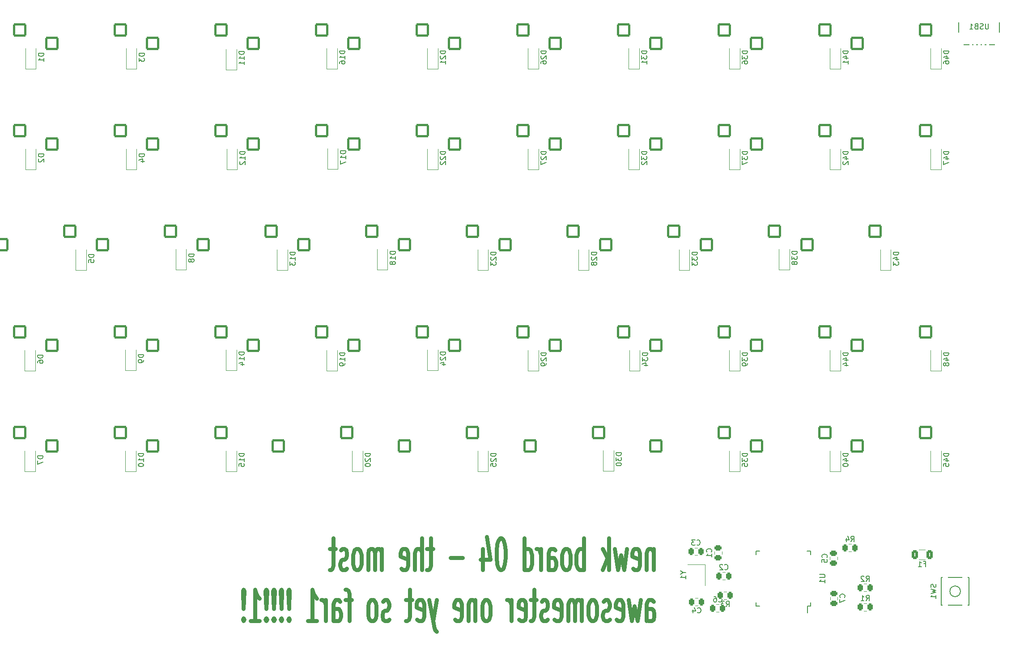
<source format=gbo>
G04 #@! TF.GenerationSoftware,KiCad,Pcbnew,8.0.6*
G04 #@! TF.CreationDate,2024-11-15T12:23:49-07:00*
G04 #@! TF.ProjectId,kicadNEWXboard,6b696361-644e-4455-9758-626f6172642e,rev?*
G04 #@! TF.SameCoordinates,Original*
G04 #@! TF.FileFunction,Legend,Bot*
G04 #@! TF.FilePolarity,Positive*
%FSLAX46Y46*%
G04 Gerber Fmt 4.6, Leading zero omitted, Abs format (unit mm)*
G04 Created by KiCad (PCBNEW 8.0.6) date 2024-11-15 12:23:49*
%MOMM*%
%LPD*%
G01*
G04 APERTURE LIST*
G04 Aperture macros list*
%AMRoundRect*
0 Rectangle with rounded corners*
0 $1 Rounding radius*
0 $2 $3 $4 $5 $6 $7 $8 $9 X,Y pos of 4 corners*
0 Add a 4 corners polygon primitive as box body*
4,1,4,$2,$3,$4,$5,$6,$7,$8,$9,$2,$3,0*
0 Add four circle primitives for the rounded corners*
1,1,$1+$1,$2,$3*
1,1,$1+$1,$4,$5*
1,1,$1+$1,$6,$7*
1,1,$1+$1,$8,$9*
0 Add four rect primitives between the rounded corners*
20,1,$1+$1,$2,$3,$4,$5,0*
20,1,$1+$1,$4,$5,$6,$7,0*
20,1,$1+$1,$6,$7,$8,$9,0*
20,1,$1+$1,$8,$9,$2,$3,0*%
G04 Aperture macros list end*
%ADD10C,0.750000*%
%ADD11C,0.150000*%
%ADD12C,0.120000*%
%ADD13C,1.701800*%
%ADD14C,3.000000*%
%ADD15C,3.987800*%
%ADD16RoundRect,0.200000X-1.075000X-1.050000X1.075000X-1.050000X1.075000X1.050000X-1.075000X1.050000X0*%
%ADD17RoundRect,0.250000X-0.375000X-0.625000X0.375000X-0.625000X0.375000X0.625000X-0.375000X0.625000X0*%
%ADD18R,1.200000X0.900000*%
%ADD19R,0.500000X2.250000*%
%ADD20O,1.700000X2.700000*%
%ADD21R,1.200000X1.400000*%
%ADD22R,1.500000X0.550000*%
%ADD23R,0.550000X1.500000*%
%ADD24R,1.100000X1.800000*%
%ADD25RoundRect,0.243750X0.243750X0.456250X-0.243750X0.456250X-0.243750X-0.456250X0.243750X-0.456250X0*%
%ADD26RoundRect,0.243750X-0.243750X-0.456250X0.243750X-0.456250X0.243750X0.456250X-0.243750X0.456250X0*%
%ADD27RoundRect,0.243750X0.456250X-0.243750X0.456250X0.243750X-0.456250X0.243750X-0.456250X-0.243750X0*%
%ADD28RoundRect,0.243750X-0.456250X0.243750X-0.456250X-0.243750X0.456250X-0.243750X0.456250X0.243750X0*%
G04 APERTURE END LIST*
D10*
X170242293Y-128844382D02*
X170242293Y-132844382D01*
X170242293Y-129415810D02*
X170099436Y-129130096D01*
X170099436Y-129130096D02*
X169813721Y-128844382D01*
X169813721Y-128844382D02*
X169385150Y-128844382D01*
X169385150Y-128844382D02*
X169099436Y-129130096D01*
X169099436Y-129130096D02*
X168956579Y-129701525D01*
X168956579Y-129701525D02*
X168956579Y-132844382D01*
X166385150Y-132558668D02*
X166670864Y-132844382D01*
X166670864Y-132844382D02*
X167242293Y-132844382D01*
X167242293Y-132844382D02*
X167528007Y-132558668D01*
X167528007Y-132558668D02*
X167670864Y-131987239D01*
X167670864Y-131987239D02*
X167670864Y-129701525D01*
X167670864Y-129701525D02*
X167528007Y-129130096D01*
X167528007Y-129130096D02*
X167242293Y-128844382D01*
X167242293Y-128844382D02*
X166670864Y-128844382D01*
X166670864Y-128844382D02*
X166385150Y-129130096D01*
X166385150Y-129130096D02*
X166242293Y-129701525D01*
X166242293Y-129701525D02*
X166242293Y-130272953D01*
X166242293Y-130272953D02*
X167670864Y-130844382D01*
X165242292Y-128844382D02*
X164670864Y-132844382D01*
X164670864Y-132844382D02*
X164099435Y-129987239D01*
X164099435Y-129987239D02*
X163528006Y-132844382D01*
X163528006Y-132844382D02*
X162956578Y-128844382D01*
X161813721Y-132844382D02*
X161813721Y-126844382D01*
X161528007Y-130558668D02*
X160670864Y-132844382D01*
X160670864Y-128844382D02*
X161813721Y-131130096D01*
X157099436Y-132844382D02*
X157099436Y-126844382D01*
X157099436Y-129130096D02*
X156813722Y-128844382D01*
X156813722Y-128844382D02*
X156242293Y-128844382D01*
X156242293Y-128844382D02*
X155956579Y-129130096D01*
X155956579Y-129130096D02*
X155813722Y-129415810D01*
X155813722Y-129415810D02*
X155670864Y-129987239D01*
X155670864Y-129987239D02*
X155670864Y-131701525D01*
X155670864Y-131701525D02*
X155813722Y-132272953D01*
X155813722Y-132272953D02*
X155956579Y-132558668D01*
X155956579Y-132558668D02*
X156242293Y-132844382D01*
X156242293Y-132844382D02*
X156813722Y-132844382D01*
X156813722Y-132844382D02*
X157099436Y-132558668D01*
X153956578Y-132844382D02*
X154242293Y-132558668D01*
X154242293Y-132558668D02*
X154385150Y-132272953D01*
X154385150Y-132272953D02*
X154528007Y-131701525D01*
X154528007Y-131701525D02*
X154528007Y-129987239D01*
X154528007Y-129987239D02*
X154385150Y-129415810D01*
X154385150Y-129415810D02*
X154242293Y-129130096D01*
X154242293Y-129130096D02*
X153956578Y-128844382D01*
X153956578Y-128844382D02*
X153528007Y-128844382D01*
X153528007Y-128844382D02*
X153242293Y-129130096D01*
X153242293Y-129130096D02*
X153099436Y-129415810D01*
X153099436Y-129415810D02*
X152956578Y-129987239D01*
X152956578Y-129987239D02*
X152956578Y-131701525D01*
X152956578Y-131701525D02*
X153099436Y-132272953D01*
X153099436Y-132272953D02*
X153242293Y-132558668D01*
X153242293Y-132558668D02*
X153528007Y-132844382D01*
X153528007Y-132844382D02*
X153956578Y-132844382D01*
X150385150Y-132844382D02*
X150385150Y-129701525D01*
X150385150Y-129701525D02*
X150528007Y-129130096D01*
X150528007Y-129130096D02*
X150813721Y-128844382D01*
X150813721Y-128844382D02*
X151385150Y-128844382D01*
X151385150Y-128844382D02*
X151670864Y-129130096D01*
X150385150Y-132558668D02*
X150670864Y-132844382D01*
X150670864Y-132844382D02*
X151385150Y-132844382D01*
X151385150Y-132844382D02*
X151670864Y-132558668D01*
X151670864Y-132558668D02*
X151813721Y-131987239D01*
X151813721Y-131987239D02*
X151813721Y-131415810D01*
X151813721Y-131415810D02*
X151670864Y-130844382D01*
X151670864Y-130844382D02*
X151385150Y-130558668D01*
X151385150Y-130558668D02*
X150670864Y-130558668D01*
X150670864Y-130558668D02*
X150385150Y-130272953D01*
X148956578Y-132844382D02*
X148956578Y-128844382D01*
X148956578Y-129987239D02*
X148813721Y-129415810D01*
X148813721Y-129415810D02*
X148670864Y-129130096D01*
X148670864Y-129130096D02*
X148385149Y-128844382D01*
X148385149Y-128844382D02*
X148099435Y-128844382D01*
X145813721Y-132844382D02*
X145813721Y-126844382D01*
X145813721Y-132558668D02*
X146099435Y-132844382D01*
X146099435Y-132844382D02*
X146670863Y-132844382D01*
X146670863Y-132844382D02*
X146956578Y-132558668D01*
X146956578Y-132558668D02*
X147099435Y-132272953D01*
X147099435Y-132272953D02*
X147242292Y-131701525D01*
X147242292Y-131701525D02*
X147242292Y-129987239D01*
X147242292Y-129987239D02*
X147099435Y-129415810D01*
X147099435Y-129415810D02*
X146956578Y-129130096D01*
X146956578Y-129130096D02*
X146670863Y-128844382D01*
X146670863Y-128844382D02*
X146099435Y-128844382D01*
X146099435Y-128844382D02*
X145813721Y-129130096D01*
X141528006Y-126844382D02*
X141242292Y-126844382D01*
X141242292Y-126844382D02*
X140956578Y-127130096D01*
X140956578Y-127130096D02*
X140813721Y-127415810D01*
X140813721Y-127415810D02*
X140670863Y-127987239D01*
X140670863Y-127987239D02*
X140528006Y-129130096D01*
X140528006Y-129130096D02*
X140528006Y-130558668D01*
X140528006Y-130558668D02*
X140670863Y-131701525D01*
X140670863Y-131701525D02*
X140813721Y-132272953D01*
X140813721Y-132272953D02*
X140956578Y-132558668D01*
X140956578Y-132558668D02*
X141242292Y-132844382D01*
X141242292Y-132844382D02*
X141528006Y-132844382D01*
X141528006Y-132844382D02*
X141813721Y-132558668D01*
X141813721Y-132558668D02*
X141956578Y-132272953D01*
X141956578Y-132272953D02*
X142099435Y-131701525D01*
X142099435Y-131701525D02*
X142242292Y-130558668D01*
X142242292Y-130558668D02*
X142242292Y-129130096D01*
X142242292Y-129130096D02*
X142099435Y-127987239D01*
X142099435Y-127987239D02*
X141956578Y-127415810D01*
X141956578Y-127415810D02*
X141813721Y-127130096D01*
X141813721Y-127130096D02*
X141528006Y-126844382D01*
X137956578Y-128844382D02*
X137956578Y-132844382D01*
X138670863Y-126558668D02*
X139385149Y-130844382D01*
X139385149Y-130844382D02*
X137528006Y-130844382D01*
X134099435Y-130558668D02*
X131813721Y-130558668D01*
X128528006Y-128844382D02*
X127385149Y-128844382D01*
X128099435Y-126844382D02*
X128099435Y-131987239D01*
X128099435Y-131987239D02*
X127956578Y-132558668D01*
X127956578Y-132558668D02*
X127670863Y-132844382D01*
X127670863Y-132844382D02*
X127385149Y-132844382D01*
X126385149Y-132844382D02*
X126385149Y-126844382D01*
X125099435Y-132844382D02*
X125099435Y-129701525D01*
X125099435Y-129701525D02*
X125242292Y-129130096D01*
X125242292Y-129130096D02*
X125528006Y-128844382D01*
X125528006Y-128844382D02*
X125956577Y-128844382D01*
X125956577Y-128844382D02*
X126242292Y-129130096D01*
X126242292Y-129130096D02*
X126385149Y-129415810D01*
X122528006Y-132558668D02*
X122813720Y-132844382D01*
X122813720Y-132844382D02*
X123385149Y-132844382D01*
X123385149Y-132844382D02*
X123670863Y-132558668D01*
X123670863Y-132558668D02*
X123813720Y-131987239D01*
X123813720Y-131987239D02*
X123813720Y-129701525D01*
X123813720Y-129701525D02*
X123670863Y-129130096D01*
X123670863Y-129130096D02*
X123385149Y-128844382D01*
X123385149Y-128844382D02*
X122813720Y-128844382D01*
X122813720Y-128844382D02*
X122528006Y-129130096D01*
X122528006Y-129130096D02*
X122385149Y-129701525D01*
X122385149Y-129701525D02*
X122385149Y-130272953D01*
X122385149Y-130272953D02*
X123813720Y-130844382D01*
X118813720Y-132844382D02*
X118813720Y-128844382D01*
X118813720Y-129415810D02*
X118670863Y-129130096D01*
X118670863Y-129130096D02*
X118385148Y-128844382D01*
X118385148Y-128844382D02*
X117956577Y-128844382D01*
X117956577Y-128844382D02*
X117670863Y-129130096D01*
X117670863Y-129130096D02*
X117528006Y-129701525D01*
X117528006Y-129701525D02*
X117528006Y-132844382D01*
X117528006Y-129701525D02*
X117385148Y-129130096D01*
X117385148Y-129130096D02*
X117099434Y-128844382D01*
X117099434Y-128844382D02*
X116670863Y-128844382D01*
X116670863Y-128844382D02*
X116385148Y-129130096D01*
X116385148Y-129130096D02*
X116242291Y-129701525D01*
X116242291Y-129701525D02*
X116242291Y-132844382D01*
X114385148Y-132844382D02*
X114670863Y-132558668D01*
X114670863Y-132558668D02*
X114813720Y-132272953D01*
X114813720Y-132272953D02*
X114956577Y-131701525D01*
X114956577Y-131701525D02*
X114956577Y-129987239D01*
X114956577Y-129987239D02*
X114813720Y-129415810D01*
X114813720Y-129415810D02*
X114670863Y-129130096D01*
X114670863Y-129130096D02*
X114385148Y-128844382D01*
X114385148Y-128844382D02*
X113956577Y-128844382D01*
X113956577Y-128844382D02*
X113670863Y-129130096D01*
X113670863Y-129130096D02*
X113528006Y-129415810D01*
X113528006Y-129415810D02*
X113385148Y-129987239D01*
X113385148Y-129987239D02*
X113385148Y-131701525D01*
X113385148Y-131701525D02*
X113528006Y-132272953D01*
X113528006Y-132272953D02*
X113670863Y-132558668D01*
X113670863Y-132558668D02*
X113956577Y-132844382D01*
X113956577Y-132844382D02*
X114385148Y-132844382D01*
X112242291Y-132558668D02*
X111956577Y-132844382D01*
X111956577Y-132844382D02*
X111385148Y-132844382D01*
X111385148Y-132844382D02*
X111099434Y-132558668D01*
X111099434Y-132558668D02*
X110956577Y-131987239D01*
X110956577Y-131987239D02*
X110956577Y-131701525D01*
X110956577Y-131701525D02*
X111099434Y-131130096D01*
X111099434Y-131130096D02*
X111385148Y-130844382D01*
X111385148Y-130844382D02*
X111813720Y-130844382D01*
X111813720Y-130844382D02*
X112099434Y-130558668D01*
X112099434Y-130558668D02*
X112242291Y-129987239D01*
X112242291Y-129987239D02*
X112242291Y-129701525D01*
X112242291Y-129701525D02*
X112099434Y-129130096D01*
X112099434Y-129130096D02*
X111813720Y-128844382D01*
X111813720Y-128844382D02*
X111385148Y-128844382D01*
X111385148Y-128844382D02*
X111099434Y-129130096D01*
X110099434Y-128844382D02*
X108956577Y-128844382D01*
X109670863Y-126844382D02*
X109670863Y-131987239D01*
X109670863Y-131987239D02*
X109528006Y-132558668D01*
X109528006Y-132558668D02*
X109242291Y-132844382D01*
X109242291Y-132844382D02*
X108956577Y-132844382D01*
X168956579Y-142504046D02*
X168956579Y-139361189D01*
X168956579Y-139361189D02*
X169099436Y-138789760D01*
X169099436Y-138789760D02*
X169385150Y-138504046D01*
X169385150Y-138504046D02*
X169956579Y-138504046D01*
X169956579Y-138504046D02*
X170242293Y-138789760D01*
X168956579Y-142218332D02*
X169242293Y-142504046D01*
X169242293Y-142504046D02*
X169956579Y-142504046D01*
X169956579Y-142504046D02*
X170242293Y-142218332D01*
X170242293Y-142218332D02*
X170385150Y-141646903D01*
X170385150Y-141646903D02*
X170385150Y-141075474D01*
X170385150Y-141075474D02*
X170242293Y-140504046D01*
X170242293Y-140504046D02*
X169956579Y-140218332D01*
X169956579Y-140218332D02*
X169242293Y-140218332D01*
X169242293Y-140218332D02*
X168956579Y-139932617D01*
X167813721Y-138504046D02*
X167242293Y-142504046D01*
X167242293Y-142504046D02*
X166670864Y-139646903D01*
X166670864Y-139646903D02*
X166099435Y-142504046D01*
X166099435Y-142504046D02*
X165528007Y-138504046D01*
X163242293Y-142218332D02*
X163528007Y-142504046D01*
X163528007Y-142504046D02*
X164099436Y-142504046D01*
X164099436Y-142504046D02*
X164385150Y-142218332D01*
X164385150Y-142218332D02*
X164528007Y-141646903D01*
X164528007Y-141646903D02*
X164528007Y-139361189D01*
X164528007Y-139361189D02*
X164385150Y-138789760D01*
X164385150Y-138789760D02*
X164099436Y-138504046D01*
X164099436Y-138504046D02*
X163528007Y-138504046D01*
X163528007Y-138504046D02*
X163242293Y-138789760D01*
X163242293Y-138789760D02*
X163099436Y-139361189D01*
X163099436Y-139361189D02*
X163099436Y-139932617D01*
X163099436Y-139932617D02*
X164528007Y-140504046D01*
X161956578Y-142218332D02*
X161670864Y-142504046D01*
X161670864Y-142504046D02*
X161099435Y-142504046D01*
X161099435Y-142504046D02*
X160813721Y-142218332D01*
X160813721Y-142218332D02*
X160670864Y-141646903D01*
X160670864Y-141646903D02*
X160670864Y-141361189D01*
X160670864Y-141361189D02*
X160813721Y-140789760D01*
X160813721Y-140789760D02*
X161099435Y-140504046D01*
X161099435Y-140504046D02*
X161528007Y-140504046D01*
X161528007Y-140504046D02*
X161813721Y-140218332D01*
X161813721Y-140218332D02*
X161956578Y-139646903D01*
X161956578Y-139646903D02*
X161956578Y-139361189D01*
X161956578Y-139361189D02*
X161813721Y-138789760D01*
X161813721Y-138789760D02*
X161528007Y-138504046D01*
X161528007Y-138504046D02*
X161099435Y-138504046D01*
X161099435Y-138504046D02*
X160813721Y-138789760D01*
X158956578Y-142504046D02*
X159242293Y-142218332D01*
X159242293Y-142218332D02*
X159385150Y-141932617D01*
X159385150Y-141932617D02*
X159528007Y-141361189D01*
X159528007Y-141361189D02*
X159528007Y-139646903D01*
X159528007Y-139646903D02*
X159385150Y-139075474D01*
X159385150Y-139075474D02*
X159242293Y-138789760D01*
X159242293Y-138789760D02*
X158956578Y-138504046D01*
X158956578Y-138504046D02*
X158528007Y-138504046D01*
X158528007Y-138504046D02*
X158242293Y-138789760D01*
X158242293Y-138789760D02*
X158099436Y-139075474D01*
X158099436Y-139075474D02*
X157956578Y-139646903D01*
X157956578Y-139646903D02*
X157956578Y-141361189D01*
X157956578Y-141361189D02*
X158099436Y-141932617D01*
X158099436Y-141932617D02*
X158242293Y-142218332D01*
X158242293Y-142218332D02*
X158528007Y-142504046D01*
X158528007Y-142504046D02*
X158956578Y-142504046D01*
X156670864Y-142504046D02*
X156670864Y-138504046D01*
X156670864Y-139075474D02*
X156528007Y-138789760D01*
X156528007Y-138789760D02*
X156242292Y-138504046D01*
X156242292Y-138504046D02*
X155813721Y-138504046D01*
X155813721Y-138504046D02*
X155528007Y-138789760D01*
X155528007Y-138789760D02*
X155385150Y-139361189D01*
X155385150Y-139361189D02*
X155385150Y-142504046D01*
X155385150Y-139361189D02*
X155242292Y-138789760D01*
X155242292Y-138789760D02*
X154956578Y-138504046D01*
X154956578Y-138504046D02*
X154528007Y-138504046D01*
X154528007Y-138504046D02*
X154242292Y-138789760D01*
X154242292Y-138789760D02*
X154099435Y-139361189D01*
X154099435Y-139361189D02*
X154099435Y-142504046D01*
X151528007Y-142218332D02*
X151813721Y-142504046D01*
X151813721Y-142504046D02*
X152385150Y-142504046D01*
X152385150Y-142504046D02*
X152670864Y-142218332D01*
X152670864Y-142218332D02*
X152813721Y-141646903D01*
X152813721Y-141646903D02*
X152813721Y-139361189D01*
X152813721Y-139361189D02*
X152670864Y-138789760D01*
X152670864Y-138789760D02*
X152385150Y-138504046D01*
X152385150Y-138504046D02*
X151813721Y-138504046D01*
X151813721Y-138504046D02*
X151528007Y-138789760D01*
X151528007Y-138789760D02*
X151385150Y-139361189D01*
X151385150Y-139361189D02*
X151385150Y-139932617D01*
X151385150Y-139932617D02*
X152813721Y-140504046D01*
X150242292Y-142218332D02*
X149956578Y-142504046D01*
X149956578Y-142504046D02*
X149385149Y-142504046D01*
X149385149Y-142504046D02*
X149099435Y-142218332D01*
X149099435Y-142218332D02*
X148956578Y-141646903D01*
X148956578Y-141646903D02*
X148956578Y-141361189D01*
X148956578Y-141361189D02*
X149099435Y-140789760D01*
X149099435Y-140789760D02*
X149385149Y-140504046D01*
X149385149Y-140504046D02*
X149813721Y-140504046D01*
X149813721Y-140504046D02*
X150099435Y-140218332D01*
X150099435Y-140218332D02*
X150242292Y-139646903D01*
X150242292Y-139646903D02*
X150242292Y-139361189D01*
X150242292Y-139361189D02*
X150099435Y-138789760D01*
X150099435Y-138789760D02*
X149813721Y-138504046D01*
X149813721Y-138504046D02*
X149385149Y-138504046D01*
X149385149Y-138504046D02*
X149099435Y-138789760D01*
X148099435Y-138504046D02*
X146956578Y-138504046D01*
X147670864Y-136504046D02*
X147670864Y-141646903D01*
X147670864Y-141646903D02*
X147528007Y-142218332D01*
X147528007Y-142218332D02*
X147242292Y-142504046D01*
X147242292Y-142504046D02*
X146956578Y-142504046D01*
X144813721Y-142218332D02*
X145099435Y-142504046D01*
X145099435Y-142504046D02*
X145670864Y-142504046D01*
X145670864Y-142504046D02*
X145956578Y-142218332D01*
X145956578Y-142218332D02*
X146099435Y-141646903D01*
X146099435Y-141646903D02*
X146099435Y-139361189D01*
X146099435Y-139361189D02*
X145956578Y-138789760D01*
X145956578Y-138789760D02*
X145670864Y-138504046D01*
X145670864Y-138504046D02*
X145099435Y-138504046D01*
X145099435Y-138504046D02*
X144813721Y-138789760D01*
X144813721Y-138789760D02*
X144670864Y-139361189D01*
X144670864Y-139361189D02*
X144670864Y-139932617D01*
X144670864Y-139932617D02*
X146099435Y-140504046D01*
X143385149Y-142504046D02*
X143385149Y-138504046D01*
X143385149Y-139646903D02*
X143242292Y-139075474D01*
X143242292Y-139075474D02*
X143099435Y-138789760D01*
X143099435Y-138789760D02*
X142813720Y-138504046D01*
X142813720Y-138504046D02*
X142528006Y-138504046D01*
X138813720Y-142504046D02*
X139099435Y-142218332D01*
X139099435Y-142218332D02*
X139242292Y-141932617D01*
X139242292Y-141932617D02*
X139385149Y-141361189D01*
X139385149Y-141361189D02*
X139385149Y-139646903D01*
X139385149Y-139646903D02*
X139242292Y-139075474D01*
X139242292Y-139075474D02*
X139099435Y-138789760D01*
X139099435Y-138789760D02*
X138813720Y-138504046D01*
X138813720Y-138504046D02*
X138385149Y-138504046D01*
X138385149Y-138504046D02*
X138099435Y-138789760D01*
X138099435Y-138789760D02*
X137956578Y-139075474D01*
X137956578Y-139075474D02*
X137813720Y-139646903D01*
X137813720Y-139646903D02*
X137813720Y-141361189D01*
X137813720Y-141361189D02*
X137956578Y-141932617D01*
X137956578Y-141932617D02*
X138099435Y-142218332D01*
X138099435Y-142218332D02*
X138385149Y-142504046D01*
X138385149Y-142504046D02*
X138813720Y-142504046D01*
X136528006Y-138504046D02*
X136528006Y-142504046D01*
X136528006Y-139075474D02*
X136385149Y-138789760D01*
X136385149Y-138789760D02*
X136099434Y-138504046D01*
X136099434Y-138504046D02*
X135670863Y-138504046D01*
X135670863Y-138504046D02*
X135385149Y-138789760D01*
X135385149Y-138789760D02*
X135242292Y-139361189D01*
X135242292Y-139361189D02*
X135242292Y-142504046D01*
X132670863Y-142218332D02*
X132956577Y-142504046D01*
X132956577Y-142504046D02*
X133528006Y-142504046D01*
X133528006Y-142504046D02*
X133813720Y-142218332D01*
X133813720Y-142218332D02*
X133956577Y-141646903D01*
X133956577Y-141646903D02*
X133956577Y-139361189D01*
X133956577Y-139361189D02*
X133813720Y-138789760D01*
X133813720Y-138789760D02*
X133528006Y-138504046D01*
X133528006Y-138504046D02*
X132956577Y-138504046D01*
X132956577Y-138504046D02*
X132670863Y-138789760D01*
X132670863Y-138789760D02*
X132528006Y-139361189D01*
X132528006Y-139361189D02*
X132528006Y-139932617D01*
X132528006Y-139932617D02*
X133956577Y-140504046D01*
X129242291Y-138504046D02*
X128528005Y-142504046D01*
X127813720Y-138504046D02*
X128528005Y-142504046D01*
X128528005Y-142504046D02*
X128813720Y-143932617D01*
X128813720Y-143932617D02*
X128956577Y-144218332D01*
X128956577Y-144218332D02*
X129242291Y-144504046D01*
X125528006Y-142218332D02*
X125813720Y-142504046D01*
X125813720Y-142504046D02*
X126385149Y-142504046D01*
X126385149Y-142504046D02*
X126670863Y-142218332D01*
X126670863Y-142218332D02*
X126813720Y-141646903D01*
X126813720Y-141646903D02*
X126813720Y-139361189D01*
X126813720Y-139361189D02*
X126670863Y-138789760D01*
X126670863Y-138789760D02*
X126385149Y-138504046D01*
X126385149Y-138504046D02*
X125813720Y-138504046D01*
X125813720Y-138504046D02*
X125528006Y-138789760D01*
X125528006Y-138789760D02*
X125385149Y-139361189D01*
X125385149Y-139361189D02*
X125385149Y-139932617D01*
X125385149Y-139932617D02*
X126813720Y-140504046D01*
X124528005Y-138504046D02*
X123385148Y-138504046D01*
X124099434Y-136504046D02*
X124099434Y-141646903D01*
X124099434Y-141646903D02*
X123956577Y-142218332D01*
X123956577Y-142218332D02*
X123670862Y-142504046D01*
X123670862Y-142504046D02*
X123385148Y-142504046D01*
X120242291Y-142218332D02*
X119956577Y-142504046D01*
X119956577Y-142504046D02*
X119385148Y-142504046D01*
X119385148Y-142504046D02*
X119099434Y-142218332D01*
X119099434Y-142218332D02*
X118956577Y-141646903D01*
X118956577Y-141646903D02*
X118956577Y-141361189D01*
X118956577Y-141361189D02*
X119099434Y-140789760D01*
X119099434Y-140789760D02*
X119385148Y-140504046D01*
X119385148Y-140504046D02*
X119813720Y-140504046D01*
X119813720Y-140504046D02*
X120099434Y-140218332D01*
X120099434Y-140218332D02*
X120242291Y-139646903D01*
X120242291Y-139646903D02*
X120242291Y-139361189D01*
X120242291Y-139361189D02*
X120099434Y-138789760D01*
X120099434Y-138789760D02*
X119813720Y-138504046D01*
X119813720Y-138504046D02*
X119385148Y-138504046D01*
X119385148Y-138504046D02*
X119099434Y-138789760D01*
X117242291Y-142504046D02*
X117528006Y-142218332D01*
X117528006Y-142218332D02*
X117670863Y-141932617D01*
X117670863Y-141932617D02*
X117813720Y-141361189D01*
X117813720Y-141361189D02*
X117813720Y-139646903D01*
X117813720Y-139646903D02*
X117670863Y-139075474D01*
X117670863Y-139075474D02*
X117528006Y-138789760D01*
X117528006Y-138789760D02*
X117242291Y-138504046D01*
X117242291Y-138504046D02*
X116813720Y-138504046D01*
X116813720Y-138504046D02*
X116528006Y-138789760D01*
X116528006Y-138789760D02*
X116385149Y-139075474D01*
X116385149Y-139075474D02*
X116242291Y-139646903D01*
X116242291Y-139646903D02*
X116242291Y-141361189D01*
X116242291Y-141361189D02*
X116385149Y-141932617D01*
X116385149Y-141932617D02*
X116528006Y-142218332D01*
X116528006Y-142218332D02*
X116813720Y-142504046D01*
X116813720Y-142504046D02*
X117242291Y-142504046D01*
X113099434Y-138504046D02*
X111956577Y-138504046D01*
X112670863Y-142504046D02*
X112670863Y-137361189D01*
X112670863Y-137361189D02*
X112528006Y-136789760D01*
X112528006Y-136789760D02*
X112242291Y-136504046D01*
X112242291Y-136504046D02*
X111956577Y-136504046D01*
X109670863Y-142504046D02*
X109670863Y-139361189D01*
X109670863Y-139361189D02*
X109813720Y-138789760D01*
X109813720Y-138789760D02*
X110099434Y-138504046D01*
X110099434Y-138504046D02*
X110670863Y-138504046D01*
X110670863Y-138504046D02*
X110956577Y-138789760D01*
X109670863Y-142218332D02*
X109956577Y-142504046D01*
X109956577Y-142504046D02*
X110670863Y-142504046D01*
X110670863Y-142504046D02*
X110956577Y-142218332D01*
X110956577Y-142218332D02*
X111099434Y-141646903D01*
X111099434Y-141646903D02*
X111099434Y-141075474D01*
X111099434Y-141075474D02*
X110956577Y-140504046D01*
X110956577Y-140504046D02*
X110670863Y-140218332D01*
X110670863Y-140218332D02*
X109956577Y-140218332D01*
X109956577Y-140218332D02*
X109670863Y-139932617D01*
X108242291Y-142504046D02*
X108242291Y-138504046D01*
X108242291Y-139646903D02*
X108099434Y-139075474D01*
X108099434Y-139075474D02*
X107956577Y-138789760D01*
X107956577Y-138789760D02*
X107670862Y-138504046D01*
X107670862Y-138504046D02*
X107385148Y-138504046D01*
X104813719Y-142504046D02*
X106528005Y-142504046D01*
X105670862Y-142504046D02*
X105670862Y-136504046D01*
X105670862Y-136504046D02*
X105956576Y-137361189D01*
X105956576Y-137361189D02*
X106242291Y-137932617D01*
X106242291Y-137932617D02*
X106528005Y-138218332D01*
X101242291Y-141932617D02*
X101099434Y-142218332D01*
X101099434Y-142218332D02*
X101242291Y-142504046D01*
X101242291Y-142504046D02*
X101385148Y-142218332D01*
X101385148Y-142218332D02*
X101242291Y-141932617D01*
X101242291Y-141932617D02*
X101242291Y-142504046D01*
X101242291Y-140218332D02*
X101385148Y-136789760D01*
X101385148Y-136789760D02*
X101242291Y-136504046D01*
X101242291Y-136504046D02*
X101099434Y-136789760D01*
X101099434Y-136789760D02*
X101242291Y-140218332D01*
X101242291Y-140218332D02*
X101242291Y-136504046D01*
X99813720Y-141932617D02*
X99670863Y-142218332D01*
X99670863Y-142218332D02*
X99813720Y-142504046D01*
X99813720Y-142504046D02*
X99956577Y-142218332D01*
X99956577Y-142218332D02*
X99813720Y-141932617D01*
X99813720Y-141932617D02*
X99813720Y-142504046D01*
X99813720Y-140218332D02*
X99956577Y-136789760D01*
X99956577Y-136789760D02*
X99813720Y-136504046D01*
X99813720Y-136504046D02*
X99670863Y-136789760D01*
X99670863Y-136789760D02*
X99813720Y-140218332D01*
X99813720Y-140218332D02*
X99813720Y-136504046D01*
X98385149Y-141932617D02*
X98242292Y-142218332D01*
X98242292Y-142218332D02*
X98385149Y-142504046D01*
X98385149Y-142504046D02*
X98528006Y-142218332D01*
X98528006Y-142218332D02*
X98385149Y-141932617D01*
X98385149Y-141932617D02*
X98385149Y-142504046D01*
X98385149Y-140218332D02*
X98528006Y-136789760D01*
X98528006Y-136789760D02*
X98385149Y-136504046D01*
X98385149Y-136504046D02*
X98242292Y-136789760D01*
X98242292Y-136789760D02*
X98385149Y-140218332D01*
X98385149Y-140218332D02*
X98385149Y-136504046D01*
X96956578Y-141932617D02*
X96813721Y-142218332D01*
X96813721Y-142218332D02*
X96956578Y-142504046D01*
X96956578Y-142504046D02*
X97099435Y-142218332D01*
X97099435Y-142218332D02*
X96956578Y-141932617D01*
X96956578Y-141932617D02*
X96956578Y-142504046D01*
X96956578Y-140218332D02*
X97099435Y-136789760D01*
X97099435Y-136789760D02*
X96956578Y-136504046D01*
X96956578Y-136504046D02*
X96813721Y-136789760D01*
X96813721Y-136789760D02*
X96956578Y-140218332D01*
X96956578Y-140218332D02*
X96956578Y-136504046D01*
X93956578Y-142504046D02*
X95670864Y-142504046D01*
X94813721Y-142504046D02*
X94813721Y-136504046D01*
X94813721Y-136504046D02*
X95099435Y-137361189D01*
X95099435Y-137361189D02*
X95385150Y-137932617D01*
X95385150Y-137932617D02*
X95670864Y-138218332D01*
X92670864Y-141932617D02*
X92528007Y-142218332D01*
X92528007Y-142218332D02*
X92670864Y-142504046D01*
X92670864Y-142504046D02*
X92813721Y-142218332D01*
X92813721Y-142218332D02*
X92670864Y-141932617D01*
X92670864Y-141932617D02*
X92670864Y-142504046D01*
X92670864Y-140218332D02*
X92813721Y-136789760D01*
X92813721Y-136789760D02*
X92670864Y-136504046D01*
X92670864Y-136504046D02*
X92528007Y-136789760D01*
X92528007Y-136789760D02*
X92670864Y-140218332D01*
X92670864Y-140218332D02*
X92670864Y-136504046D01*
D11*
X221443333Y-131672009D02*
X221776666Y-131672009D01*
X221776666Y-132195819D02*
X221776666Y-131195819D01*
X221776666Y-131195819D02*
X221300476Y-131195819D01*
X220395714Y-132195819D02*
X220967142Y-132195819D01*
X220681428Y-132195819D02*
X220681428Y-131195819D01*
X220681428Y-131195819D02*
X220776666Y-131338676D01*
X220776666Y-131338676D02*
X220871904Y-131433914D01*
X220871904Y-131433914D02*
X220967142Y-131481533D01*
X73892319Y-35043155D02*
X72892319Y-35043155D01*
X72892319Y-35043155D02*
X72892319Y-35281250D01*
X72892319Y-35281250D02*
X72939938Y-35424107D01*
X72939938Y-35424107D02*
X73035176Y-35519345D01*
X73035176Y-35519345D02*
X73130414Y-35566964D01*
X73130414Y-35566964D02*
X73320890Y-35614583D01*
X73320890Y-35614583D02*
X73463747Y-35614583D01*
X73463747Y-35614583D02*
X73654223Y-35566964D01*
X73654223Y-35566964D02*
X73749461Y-35519345D01*
X73749461Y-35519345D02*
X73844700Y-35424107D01*
X73844700Y-35424107D02*
X73892319Y-35281250D01*
X73892319Y-35281250D02*
X73892319Y-35043155D01*
X72892319Y-35947917D02*
X72892319Y-36566964D01*
X72892319Y-36566964D02*
X73273271Y-36233631D01*
X73273271Y-36233631D02*
X73273271Y-36376488D01*
X73273271Y-36376488D02*
X73320890Y-36471726D01*
X73320890Y-36471726D02*
X73368509Y-36519345D01*
X73368509Y-36519345D02*
X73463747Y-36566964D01*
X73463747Y-36566964D02*
X73701842Y-36566964D01*
X73701842Y-36566964D02*
X73797080Y-36519345D01*
X73797080Y-36519345D02*
X73844700Y-36471726D01*
X73844700Y-36471726D02*
X73892319Y-36376488D01*
X73892319Y-36376488D02*
X73892319Y-36090774D01*
X73892319Y-36090774D02*
X73844700Y-35995536D01*
X73844700Y-35995536D02*
X73797080Y-35947917D01*
X54842319Y-35043155D02*
X53842319Y-35043155D01*
X53842319Y-35043155D02*
X53842319Y-35281250D01*
X53842319Y-35281250D02*
X53889938Y-35424107D01*
X53889938Y-35424107D02*
X53985176Y-35519345D01*
X53985176Y-35519345D02*
X54080414Y-35566964D01*
X54080414Y-35566964D02*
X54270890Y-35614583D01*
X54270890Y-35614583D02*
X54413747Y-35614583D01*
X54413747Y-35614583D02*
X54604223Y-35566964D01*
X54604223Y-35566964D02*
X54699461Y-35519345D01*
X54699461Y-35519345D02*
X54794700Y-35424107D01*
X54794700Y-35424107D02*
X54842319Y-35281250D01*
X54842319Y-35281250D02*
X54842319Y-35043155D01*
X54842319Y-36566964D02*
X54842319Y-35995536D01*
X54842319Y-36281250D02*
X53842319Y-36281250D01*
X53842319Y-36281250D02*
X53985176Y-36186012D01*
X53985176Y-36186012D02*
X54080414Y-36090774D01*
X54080414Y-36090774D02*
X54128033Y-35995536D01*
X226165319Y-91716964D02*
X225165319Y-91716964D01*
X225165319Y-91716964D02*
X225165319Y-91955059D01*
X225165319Y-91955059D02*
X225212938Y-92097916D01*
X225212938Y-92097916D02*
X225308176Y-92193154D01*
X225308176Y-92193154D02*
X225403414Y-92240773D01*
X225403414Y-92240773D02*
X225593890Y-92288392D01*
X225593890Y-92288392D02*
X225736747Y-92288392D01*
X225736747Y-92288392D02*
X225927223Y-92240773D01*
X225927223Y-92240773D02*
X226022461Y-92193154D01*
X226022461Y-92193154D02*
X226117700Y-92097916D01*
X226117700Y-92097916D02*
X226165319Y-91955059D01*
X226165319Y-91955059D02*
X226165319Y-91716964D01*
X225498652Y-93145535D02*
X226165319Y-93145535D01*
X225117700Y-92907440D02*
X225831985Y-92669345D01*
X225831985Y-92669345D02*
X225831985Y-93288392D01*
X225593890Y-93812202D02*
X225546271Y-93716964D01*
X225546271Y-93716964D02*
X225498652Y-93669345D01*
X225498652Y-93669345D02*
X225403414Y-93621726D01*
X225403414Y-93621726D02*
X225355795Y-93621726D01*
X225355795Y-93621726D02*
X225260557Y-93669345D01*
X225260557Y-93669345D02*
X225212938Y-93716964D01*
X225212938Y-93716964D02*
X225165319Y-93812202D01*
X225165319Y-93812202D02*
X225165319Y-94002678D01*
X225165319Y-94002678D02*
X225212938Y-94097916D01*
X225212938Y-94097916D02*
X225260557Y-94145535D01*
X225260557Y-94145535D02*
X225355795Y-94193154D01*
X225355795Y-94193154D02*
X225403414Y-94193154D01*
X225403414Y-94193154D02*
X225498652Y-94145535D01*
X225498652Y-94145535D02*
X225546271Y-94097916D01*
X225546271Y-94097916D02*
X225593890Y-94002678D01*
X225593890Y-94002678D02*
X225593890Y-93812202D01*
X225593890Y-93812202D02*
X225641509Y-93716964D01*
X225641509Y-93716964D02*
X225689128Y-93669345D01*
X225689128Y-93669345D02*
X225784366Y-93621726D01*
X225784366Y-93621726D02*
X225974842Y-93621726D01*
X225974842Y-93621726D02*
X226070080Y-93669345D01*
X226070080Y-93669345D02*
X226117700Y-93716964D01*
X226117700Y-93716964D02*
X226165319Y-93812202D01*
X226165319Y-93812202D02*
X226165319Y-94002678D01*
X226165319Y-94002678D02*
X226117700Y-94097916D01*
X226117700Y-94097916D02*
X226070080Y-94145535D01*
X226070080Y-94145535D02*
X225974842Y-94193154D01*
X225974842Y-94193154D02*
X225784366Y-94193154D01*
X225784366Y-94193154D02*
X225689128Y-94145535D01*
X225689128Y-94145535D02*
X225641509Y-94097916D01*
X225641509Y-94097916D02*
X225593890Y-94002678D01*
X226165319Y-53616964D02*
X225165319Y-53616964D01*
X225165319Y-53616964D02*
X225165319Y-53855059D01*
X225165319Y-53855059D02*
X225212938Y-53997916D01*
X225212938Y-53997916D02*
X225308176Y-54093154D01*
X225308176Y-54093154D02*
X225403414Y-54140773D01*
X225403414Y-54140773D02*
X225593890Y-54188392D01*
X225593890Y-54188392D02*
X225736747Y-54188392D01*
X225736747Y-54188392D02*
X225927223Y-54140773D01*
X225927223Y-54140773D02*
X226022461Y-54093154D01*
X226022461Y-54093154D02*
X226117700Y-53997916D01*
X226117700Y-53997916D02*
X226165319Y-53855059D01*
X226165319Y-53855059D02*
X226165319Y-53616964D01*
X225498652Y-55045535D02*
X226165319Y-55045535D01*
X225117700Y-54807440D02*
X225831985Y-54569345D01*
X225831985Y-54569345D02*
X225831985Y-55188392D01*
X225165319Y-55474107D02*
X225165319Y-56140773D01*
X225165319Y-56140773D02*
X226165319Y-55712202D01*
X226165319Y-34566964D02*
X225165319Y-34566964D01*
X225165319Y-34566964D02*
X225165319Y-34805059D01*
X225165319Y-34805059D02*
X225212938Y-34947916D01*
X225212938Y-34947916D02*
X225308176Y-35043154D01*
X225308176Y-35043154D02*
X225403414Y-35090773D01*
X225403414Y-35090773D02*
X225593890Y-35138392D01*
X225593890Y-35138392D02*
X225736747Y-35138392D01*
X225736747Y-35138392D02*
X225927223Y-35090773D01*
X225927223Y-35090773D02*
X226022461Y-35043154D01*
X226022461Y-35043154D02*
X226117700Y-34947916D01*
X226117700Y-34947916D02*
X226165319Y-34805059D01*
X226165319Y-34805059D02*
X226165319Y-34566964D01*
X225498652Y-35995535D02*
X226165319Y-35995535D01*
X225117700Y-35757440D02*
X225831985Y-35519345D01*
X225831985Y-35519345D02*
X225831985Y-36138392D01*
X225165319Y-36947916D02*
X225165319Y-36757440D01*
X225165319Y-36757440D02*
X225212938Y-36662202D01*
X225212938Y-36662202D02*
X225260557Y-36614583D01*
X225260557Y-36614583D02*
X225403414Y-36519345D01*
X225403414Y-36519345D02*
X225593890Y-36471726D01*
X225593890Y-36471726D02*
X225974842Y-36471726D01*
X225974842Y-36471726D02*
X226070080Y-36519345D01*
X226070080Y-36519345D02*
X226117700Y-36566964D01*
X226117700Y-36566964D02*
X226165319Y-36662202D01*
X226165319Y-36662202D02*
X226165319Y-36852678D01*
X226165319Y-36852678D02*
X226117700Y-36947916D01*
X226117700Y-36947916D02*
X226070080Y-36995535D01*
X226070080Y-36995535D02*
X225974842Y-37043154D01*
X225974842Y-37043154D02*
X225736747Y-37043154D01*
X225736747Y-37043154D02*
X225641509Y-36995535D01*
X225641509Y-36995535D02*
X225593890Y-36947916D01*
X225593890Y-36947916D02*
X225546271Y-36852678D01*
X225546271Y-36852678D02*
X225546271Y-36662202D01*
X225546271Y-36662202D02*
X225593890Y-36566964D01*
X225593890Y-36566964D02*
X225641509Y-36519345D01*
X225641509Y-36519345D02*
X225736747Y-36471726D01*
X226165319Y-110766964D02*
X225165319Y-110766964D01*
X225165319Y-110766964D02*
X225165319Y-111005059D01*
X225165319Y-111005059D02*
X225212938Y-111147916D01*
X225212938Y-111147916D02*
X225308176Y-111243154D01*
X225308176Y-111243154D02*
X225403414Y-111290773D01*
X225403414Y-111290773D02*
X225593890Y-111338392D01*
X225593890Y-111338392D02*
X225736747Y-111338392D01*
X225736747Y-111338392D02*
X225927223Y-111290773D01*
X225927223Y-111290773D02*
X226022461Y-111243154D01*
X226022461Y-111243154D02*
X226117700Y-111147916D01*
X226117700Y-111147916D02*
X226165319Y-111005059D01*
X226165319Y-111005059D02*
X226165319Y-110766964D01*
X225498652Y-112195535D02*
X226165319Y-112195535D01*
X225117700Y-111957440D02*
X225831985Y-111719345D01*
X225831985Y-111719345D02*
X225831985Y-112338392D01*
X225165319Y-113195535D02*
X225165319Y-112719345D01*
X225165319Y-112719345D02*
X225641509Y-112671726D01*
X225641509Y-112671726D02*
X225593890Y-112719345D01*
X225593890Y-112719345D02*
X225546271Y-112814583D01*
X225546271Y-112814583D02*
X225546271Y-113052678D01*
X225546271Y-113052678D02*
X225593890Y-113147916D01*
X225593890Y-113147916D02*
X225641509Y-113195535D01*
X225641509Y-113195535D02*
X225736747Y-113243154D01*
X225736747Y-113243154D02*
X225974842Y-113243154D01*
X225974842Y-113243154D02*
X226070080Y-113195535D01*
X226070080Y-113195535D02*
X226117700Y-113147916D01*
X226117700Y-113147916D02*
X226165319Y-113052678D01*
X226165319Y-113052678D02*
X226165319Y-112814583D01*
X226165319Y-112814583D02*
X226117700Y-112719345D01*
X226117700Y-112719345D02*
X226070080Y-112671726D01*
X207115319Y-91717964D02*
X206115319Y-91717964D01*
X206115319Y-91717964D02*
X206115319Y-91956059D01*
X206115319Y-91956059D02*
X206162938Y-92098916D01*
X206162938Y-92098916D02*
X206258176Y-92194154D01*
X206258176Y-92194154D02*
X206353414Y-92241773D01*
X206353414Y-92241773D02*
X206543890Y-92289392D01*
X206543890Y-92289392D02*
X206686747Y-92289392D01*
X206686747Y-92289392D02*
X206877223Y-92241773D01*
X206877223Y-92241773D02*
X206972461Y-92194154D01*
X206972461Y-92194154D02*
X207067700Y-92098916D01*
X207067700Y-92098916D02*
X207115319Y-91956059D01*
X207115319Y-91956059D02*
X207115319Y-91717964D01*
X206448652Y-93146535D02*
X207115319Y-93146535D01*
X206067700Y-92908440D02*
X206781985Y-92670345D01*
X206781985Y-92670345D02*
X206781985Y-93289392D01*
X206448652Y-94098916D02*
X207115319Y-94098916D01*
X206067700Y-93860821D02*
X206781985Y-93622726D01*
X206781985Y-93622726D02*
X206781985Y-94241773D01*
X216640319Y-72666964D02*
X215640319Y-72666964D01*
X215640319Y-72666964D02*
X215640319Y-72905059D01*
X215640319Y-72905059D02*
X215687938Y-73047916D01*
X215687938Y-73047916D02*
X215783176Y-73143154D01*
X215783176Y-73143154D02*
X215878414Y-73190773D01*
X215878414Y-73190773D02*
X216068890Y-73238392D01*
X216068890Y-73238392D02*
X216211747Y-73238392D01*
X216211747Y-73238392D02*
X216402223Y-73190773D01*
X216402223Y-73190773D02*
X216497461Y-73143154D01*
X216497461Y-73143154D02*
X216592700Y-73047916D01*
X216592700Y-73047916D02*
X216640319Y-72905059D01*
X216640319Y-72905059D02*
X216640319Y-72666964D01*
X215973652Y-74095535D02*
X216640319Y-74095535D01*
X215592700Y-73857440D02*
X216306985Y-73619345D01*
X216306985Y-73619345D02*
X216306985Y-74238392D01*
X215640319Y-74524107D02*
X215640319Y-75143154D01*
X215640319Y-75143154D02*
X216021271Y-74809821D01*
X216021271Y-74809821D02*
X216021271Y-74952678D01*
X216021271Y-74952678D02*
X216068890Y-75047916D01*
X216068890Y-75047916D02*
X216116509Y-75095535D01*
X216116509Y-75095535D02*
X216211747Y-75143154D01*
X216211747Y-75143154D02*
X216449842Y-75143154D01*
X216449842Y-75143154D02*
X216545080Y-75095535D01*
X216545080Y-75095535D02*
X216592700Y-75047916D01*
X216592700Y-75047916D02*
X216640319Y-74952678D01*
X216640319Y-74952678D02*
X216640319Y-74666964D01*
X216640319Y-74666964D02*
X216592700Y-74571726D01*
X216592700Y-74571726D02*
X216545080Y-74524107D01*
X207115319Y-53616964D02*
X206115319Y-53616964D01*
X206115319Y-53616964D02*
X206115319Y-53855059D01*
X206115319Y-53855059D02*
X206162938Y-53997916D01*
X206162938Y-53997916D02*
X206258176Y-54093154D01*
X206258176Y-54093154D02*
X206353414Y-54140773D01*
X206353414Y-54140773D02*
X206543890Y-54188392D01*
X206543890Y-54188392D02*
X206686747Y-54188392D01*
X206686747Y-54188392D02*
X206877223Y-54140773D01*
X206877223Y-54140773D02*
X206972461Y-54093154D01*
X206972461Y-54093154D02*
X207067700Y-53997916D01*
X207067700Y-53997916D02*
X207115319Y-53855059D01*
X207115319Y-53855059D02*
X207115319Y-53616964D01*
X206448652Y-55045535D02*
X207115319Y-55045535D01*
X206067700Y-54807440D02*
X206781985Y-54569345D01*
X206781985Y-54569345D02*
X206781985Y-55188392D01*
X206210557Y-55521726D02*
X206162938Y-55569345D01*
X206162938Y-55569345D02*
X206115319Y-55664583D01*
X206115319Y-55664583D02*
X206115319Y-55902678D01*
X206115319Y-55902678D02*
X206162938Y-55997916D01*
X206162938Y-55997916D02*
X206210557Y-56045535D01*
X206210557Y-56045535D02*
X206305795Y-56093154D01*
X206305795Y-56093154D02*
X206401033Y-56093154D01*
X206401033Y-56093154D02*
X206543890Y-56045535D01*
X206543890Y-56045535D02*
X207115319Y-55474107D01*
X207115319Y-55474107D02*
X207115319Y-56093154D01*
X207115319Y-34567964D02*
X206115319Y-34567964D01*
X206115319Y-34567964D02*
X206115319Y-34806059D01*
X206115319Y-34806059D02*
X206162938Y-34948916D01*
X206162938Y-34948916D02*
X206258176Y-35044154D01*
X206258176Y-35044154D02*
X206353414Y-35091773D01*
X206353414Y-35091773D02*
X206543890Y-35139392D01*
X206543890Y-35139392D02*
X206686747Y-35139392D01*
X206686747Y-35139392D02*
X206877223Y-35091773D01*
X206877223Y-35091773D02*
X206972461Y-35044154D01*
X206972461Y-35044154D02*
X207067700Y-34948916D01*
X207067700Y-34948916D02*
X207115319Y-34806059D01*
X207115319Y-34806059D02*
X207115319Y-34567964D01*
X206448652Y-35996535D02*
X207115319Y-35996535D01*
X206067700Y-35758440D02*
X206781985Y-35520345D01*
X206781985Y-35520345D02*
X206781985Y-36139392D01*
X207115319Y-37044154D02*
X207115319Y-36472726D01*
X207115319Y-36758440D02*
X206115319Y-36758440D01*
X206115319Y-36758440D02*
X206258176Y-36663202D01*
X206258176Y-36663202D02*
X206353414Y-36567964D01*
X206353414Y-36567964D02*
X206401033Y-36472726D01*
X207115319Y-110766964D02*
X206115319Y-110766964D01*
X206115319Y-110766964D02*
X206115319Y-111005059D01*
X206115319Y-111005059D02*
X206162938Y-111147916D01*
X206162938Y-111147916D02*
X206258176Y-111243154D01*
X206258176Y-111243154D02*
X206353414Y-111290773D01*
X206353414Y-111290773D02*
X206543890Y-111338392D01*
X206543890Y-111338392D02*
X206686747Y-111338392D01*
X206686747Y-111338392D02*
X206877223Y-111290773D01*
X206877223Y-111290773D02*
X206972461Y-111243154D01*
X206972461Y-111243154D02*
X207067700Y-111147916D01*
X207067700Y-111147916D02*
X207115319Y-111005059D01*
X207115319Y-111005059D02*
X207115319Y-110766964D01*
X206448652Y-112195535D02*
X207115319Y-112195535D01*
X206067700Y-111957440D02*
X206781985Y-111719345D01*
X206781985Y-111719345D02*
X206781985Y-112338392D01*
X206115319Y-112909821D02*
X206115319Y-113005059D01*
X206115319Y-113005059D02*
X206162938Y-113100297D01*
X206162938Y-113100297D02*
X206210557Y-113147916D01*
X206210557Y-113147916D02*
X206305795Y-113195535D01*
X206305795Y-113195535D02*
X206496271Y-113243154D01*
X206496271Y-113243154D02*
X206734366Y-113243154D01*
X206734366Y-113243154D02*
X206924842Y-113195535D01*
X206924842Y-113195535D02*
X207020080Y-113147916D01*
X207020080Y-113147916D02*
X207067700Y-113100297D01*
X207067700Y-113100297D02*
X207115319Y-113005059D01*
X207115319Y-113005059D02*
X207115319Y-112909821D01*
X207115319Y-112909821D02*
X207067700Y-112814583D01*
X207067700Y-112814583D02*
X207020080Y-112766964D01*
X207020080Y-112766964D02*
X206924842Y-112719345D01*
X206924842Y-112719345D02*
X206734366Y-112671726D01*
X206734366Y-112671726D02*
X206496271Y-112671726D01*
X206496271Y-112671726D02*
X206305795Y-112719345D01*
X206305795Y-112719345D02*
X206210557Y-112766964D01*
X206210557Y-112766964D02*
X206162938Y-112814583D01*
X206162938Y-112814583D02*
X206115319Y-112909821D01*
X188065319Y-91716964D02*
X187065319Y-91716964D01*
X187065319Y-91716964D02*
X187065319Y-91955059D01*
X187065319Y-91955059D02*
X187112938Y-92097916D01*
X187112938Y-92097916D02*
X187208176Y-92193154D01*
X187208176Y-92193154D02*
X187303414Y-92240773D01*
X187303414Y-92240773D02*
X187493890Y-92288392D01*
X187493890Y-92288392D02*
X187636747Y-92288392D01*
X187636747Y-92288392D02*
X187827223Y-92240773D01*
X187827223Y-92240773D02*
X187922461Y-92193154D01*
X187922461Y-92193154D02*
X188017700Y-92097916D01*
X188017700Y-92097916D02*
X188065319Y-91955059D01*
X188065319Y-91955059D02*
X188065319Y-91716964D01*
X187065319Y-92621726D02*
X187065319Y-93240773D01*
X187065319Y-93240773D02*
X187446271Y-92907440D01*
X187446271Y-92907440D02*
X187446271Y-93050297D01*
X187446271Y-93050297D02*
X187493890Y-93145535D01*
X187493890Y-93145535D02*
X187541509Y-93193154D01*
X187541509Y-93193154D02*
X187636747Y-93240773D01*
X187636747Y-93240773D02*
X187874842Y-93240773D01*
X187874842Y-93240773D02*
X187970080Y-93193154D01*
X187970080Y-93193154D02*
X188017700Y-93145535D01*
X188017700Y-93145535D02*
X188065319Y-93050297D01*
X188065319Y-93050297D02*
X188065319Y-92764583D01*
X188065319Y-92764583D02*
X188017700Y-92669345D01*
X188017700Y-92669345D02*
X187970080Y-92621726D01*
X188065319Y-93716964D02*
X188065319Y-93907440D01*
X188065319Y-93907440D02*
X188017700Y-94002678D01*
X188017700Y-94002678D02*
X187970080Y-94050297D01*
X187970080Y-94050297D02*
X187827223Y-94145535D01*
X187827223Y-94145535D02*
X187636747Y-94193154D01*
X187636747Y-94193154D02*
X187255795Y-94193154D01*
X187255795Y-94193154D02*
X187160557Y-94145535D01*
X187160557Y-94145535D02*
X187112938Y-94097916D01*
X187112938Y-94097916D02*
X187065319Y-94002678D01*
X187065319Y-94002678D02*
X187065319Y-93812202D01*
X187065319Y-93812202D02*
X187112938Y-93716964D01*
X187112938Y-93716964D02*
X187160557Y-93669345D01*
X187160557Y-93669345D02*
X187255795Y-93621726D01*
X187255795Y-93621726D02*
X187493890Y-93621726D01*
X187493890Y-93621726D02*
X187589128Y-93669345D01*
X187589128Y-93669345D02*
X187636747Y-93716964D01*
X187636747Y-93716964D02*
X187684366Y-93812202D01*
X187684366Y-93812202D02*
X187684366Y-94002678D01*
X187684366Y-94002678D02*
X187636747Y-94097916D01*
X187636747Y-94097916D02*
X187589128Y-94145535D01*
X187589128Y-94145535D02*
X187493890Y-94193154D01*
X197463319Y-72540964D02*
X196463319Y-72540964D01*
X196463319Y-72540964D02*
X196463319Y-72779059D01*
X196463319Y-72779059D02*
X196510938Y-72921916D01*
X196510938Y-72921916D02*
X196606176Y-73017154D01*
X196606176Y-73017154D02*
X196701414Y-73064773D01*
X196701414Y-73064773D02*
X196891890Y-73112392D01*
X196891890Y-73112392D02*
X197034747Y-73112392D01*
X197034747Y-73112392D02*
X197225223Y-73064773D01*
X197225223Y-73064773D02*
X197320461Y-73017154D01*
X197320461Y-73017154D02*
X197415700Y-72921916D01*
X197415700Y-72921916D02*
X197463319Y-72779059D01*
X197463319Y-72779059D02*
X197463319Y-72540964D01*
X196463319Y-73445726D02*
X196463319Y-74064773D01*
X196463319Y-74064773D02*
X196844271Y-73731440D01*
X196844271Y-73731440D02*
X196844271Y-73874297D01*
X196844271Y-73874297D02*
X196891890Y-73969535D01*
X196891890Y-73969535D02*
X196939509Y-74017154D01*
X196939509Y-74017154D02*
X197034747Y-74064773D01*
X197034747Y-74064773D02*
X197272842Y-74064773D01*
X197272842Y-74064773D02*
X197368080Y-74017154D01*
X197368080Y-74017154D02*
X197415700Y-73969535D01*
X197415700Y-73969535D02*
X197463319Y-73874297D01*
X197463319Y-73874297D02*
X197463319Y-73588583D01*
X197463319Y-73588583D02*
X197415700Y-73493345D01*
X197415700Y-73493345D02*
X197368080Y-73445726D01*
X196891890Y-74636202D02*
X196844271Y-74540964D01*
X196844271Y-74540964D02*
X196796652Y-74493345D01*
X196796652Y-74493345D02*
X196701414Y-74445726D01*
X196701414Y-74445726D02*
X196653795Y-74445726D01*
X196653795Y-74445726D02*
X196558557Y-74493345D01*
X196558557Y-74493345D02*
X196510938Y-74540964D01*
X196510938Y-74540964D02*
X196463319Y-74636202D01*
X196463319Y-74636202D02*
X196463319Y-74826678D01*
X196463319Y-74826678D02*
X196510938Y-74921916D01*
X196510938Y-74921916D02*
X196558557Y-74969535D01*
X196558557Y-74969535D02*
X196653795Y-75017154D01*
X196653795Y-75017154D02*
X196701414Y-75017154D01*
X196701414Y-75017154D02*
X196796652Y-74969535D01*
X196796652Y-74969535D02*
X196844271Y-74921916D01*
X196844271Y-74921916D02*
X196891890Y-74826678D01*
X196891890Y-74826678D02*
X196891890Y-74636202D01*
X196891890Y-74636202D02*
X196939509Y-74540964D01*
X196939509Y-74540964D02*
X196987128Y-74493345D01*
X196987128Y-74493345D02*
X197082366Y-74445726D01*
X197082366Y-74445726D02*
X197272842Y-74445726D01*
X197272842Y-74445726D02*
X197368080Y-74493345D01*
X197368080Y-74493345D02*
X197415700Y-74540964D01*
X197415700Y-74540964D02*
X197463319Y-74636202D01*
X197463319Y-74636202D02*
X197463319Y-74826678D01*
X197463319Y-74826678D02*
X197415700Y-74921916D01*
X197415700Y-74921916D02*
X197368080Y-74969535D01*
X197368080Y-74969535D02*
X197272842Y-75017154D01*
X197272842Y-75017154D02*
X197082366Y-75017154D01*
X197082366Y-75017154D02*
X196987128Y-74969535D01*
X196987128Y-74969535D02*
X196939509Y-74921916D01*
X196939509Y-74921916D02*
X196891890Y-74826678D01*
X188065319Y-53616964D02*
X187065319Y-53616964D01*
X187065319Y-53616964D02*
X187065319Y-53855059D01*
X187065319Y-53855059D02*
X187112938Y-53997916D01*
X187112938Y-53997916D02*
X187208176Y-54093154D01*
X187208176Y-54093154D02*
X187303414Y-54140773D01*
X187303414Y-54140773D02*
X187493890Y-54188392D01*
X187493890Y-54188392D02*
X187636747Y-54188392D01*
X187636747Y-54188392D02*
X187827223Y-54140773D01*
X187827223Y-54140773D02*
X187922461Y-54093154D01*
X187922461Y-54093154D02*
X188017700Y-53997916D01*
X188017700Y-53997916D02*
X188065319Y-53855059D01*
X188065319Y-53855059D02*
X188065319Y-53616964D01*
X187065319Y-54521726D02*
X187065319Y-55140773D01*
X187065319Y-55140773D02*
X187446271Y-54807440D01*
X187446271Y-54807440D02*
X187446271Y-54950297D01*
X187446271Y-54950297D02*
X187493890Y-55045535D01*
X187493890Y-55045535D02*
X187541509Y-55093154D01*
X187541509Y-55093154D02*
X187636747Y-55140773D01*
X187636747Y-55140773D02*
X187874842Y-55140773D01*
X187874842Y-55140773D02*
X187970080Y-55093154D01*
X187970080Y-55093154D02*
X188017700Y-55045535D01*
X188017700Y-55045535D02*
X188065319Y-54950297D01*
X188065319Y-54950297D02*
X188065319Y-54664583D01*
X188065319Y-54664583D02*
X188017700Y-54569345D01*
X188017700Y-54569345D02*
X187970080Y-54521726D01*
X187065319Y-55474107D02*
X187065319Y-56140773D01*
X187065319Y-56140773D02*
X188065319Y-55712202D01*
X188065319Y-34566964D02*
X187065319Y-34566964D01*
X187065319Y-34566964D02*
X187065319Y-34805059D01*
X187065319Y-34805059D02*
X187112938Y-34947916D01*
X187112938Y-34947916D02*
X187208176Y-35043154D01*
X187208176Y-35043154D02*
X187303414Y-35090773D01*
X187303414Y-35090773D02*
X187493890Y-35138392D01*
X187493890Y-35138392D02*
X187636747Y-35138392D01*
X187636747Y-35138392D02*
X187827223Y-35090773D01*
X187827223Y-35090773D02*
X187922461Y-35043154D01*
X187922461Y-35043154D02*
X188017700Y-34947916D01*
X188017700Y-34947916D02*
X188065319Y-34805059D01*
X188065319Y-34805059D02*
X188065319Y-34566964D01*
X187065319Y-35471726D02*
X187065319Y-36090773D01*
X187065319Y-36090773D02*
X187446271Y-35757440D01*
X187446271Y-35757440D02*
X187446271Y-35900297D01*
X187446271Y-35900297D02*
X187493890Y-35995535D01*
X187493890Y-35995535D02*
X187541509Y-36043154D01*
X187541509Y-36043154D02*
X187636747Y-36090773D01*
X187636747Y-36090773D02*
X187874842Y-36090773D01*
X187874842Y-36090773D02*
X187970080Y-36043154D01*
X187970080Y-36043154D02*
X188017700Y-35995535D01*
X188017700Y-35995535D02*
X188065319Y-35900297D01*
X188065319Y-35900297D02*
X188065319Y-35614583D01*
X188065319Y-35614583D02*
X188017700Y-35519345D01*
X188017700Y-35519345D02*
X187970080Y-35471726D01*
X187065319Y-36947916D02*
X187065319Y-36757440D01*
X187065319Y-36757440D02*
X187112938Y-36662202D01*
X187112938Y-36662202D02*
X187160557Y-36614583D01*
X187160557Y-36614583D02*
X187303414Y-36519345D01*
X187303414Y-36519345D02*
X187493890Y-36471726D01*
X187493890Y-36471726D02*
X187874842Y-36471726D01*
X187874842Y-36471726D02*
X187970080Y-36519345D01*
X187970080Y-36519345D02*
X188017700Y-36566964D01*
X188017700Y-36566964D02*
X188065319Y-36662202D01*
X188065319Y-36662202D02*
X188065319Y-36852678D01*
X188065319Y-36852678D02*
X188017700Y-36947916D01*
X188017700Y-36947916D02*
X187970080Y-36995535D01*
X187970080Y-36995535D02*
X187874842Y-37043154D01*
X187874842Y-37043154D02*
X187636747Y-37043154D01*
X187636747Y-37043154D02*
X187541509Y-36995535D01*
X187541509Y-36995535D02*
X187493890Y-36947916D01*
X187493890Y-36947916D02*
X187446271Y-36852678D01*
X187446271Y-36852678D02*
X187446271Y-36662202D01*
X187446271Y-36662202D02*
X187493890Y-36566964D01*
X187493890Y-36566964D02*
X187541509Y-36519345D01*
X187541509Y-36519345D02*
X187636747Y-36471726D01*
X188065319Y-110766964D02*
X187065319Y-110766964D01*
X187065319Y-110766964D02*
X187065319Y-111005059D01*
X187065319Y-111005059D02*
X187112938Y-111147916D01*
X187112938Y-111147916D02*
X187208176Y-111243154D01*
X187208176Y-111243154D02*
X187303414Y-111290773D01*
X187303414Y-111290773D02*
X187493890Y-111338392D01*
X187493890Y-111338392D02*
X187636747Y-111338392D01*
X187636747Y-111338392D02*
X187827223Y-111290773D01*
X187827223Y-111290773D02*
X187922461Y-111243154D01*
X187922461Y-111243154D02*
X188017700Y-111147916D01*
X188017700Y-111147916D02*
X188065319Y-111005059D01*
X188065319Y-111005059D02*
X188065319Y-110766964D01*
X187065319Y-111671726D02*
X187065319Y-112290773D01*
X187065319Y-112290773D02*
X187446271Y-111957440D01*
X187446271Y-111957440D02*
X187446271Y-112100297D01*
X187446271Y-112100297D02*
X187493890Y-112195535D01*
X187493890Y-112195535D02*
X187541509Y-112243154D01*
X187541509Y-112243154D02*
X187636747Y-112290773D01*
X187636747Y-112290773D02*
X187874842Y-112290773D01*
X187874842Y-112290773D02*
X187970080Y-112243154D01*
X187970080Y-112243154D02*
X188017700Y-112195535D01*
X188017700Y-112195535D02*
X188065319Y-112100297D01*
X188065319Y-112100297D02*
X188065319Y-111814583D01*
X188065319Y-111814583D02*
X188017700Y-111719345D01*
X188017700Y-111719345D02*
X187970080Y-111671726D01*
X187065319Y-113195535D02*
X187065319Y-112719345D01*
X187065319Y-112719345D02*
X187541509Y-112671726D01*
X187541509Y-112671726D02*
X187493890Y-112719345D01*
X187493890Y-112719345D02*
X187446271Y-112814583D01*
X187446271Y-112814583D02*
X187446271Y-113052678D01*
X187446271Y-113052678D02*
X187493890Y-113147916D01*
X187493890Y-113147916D02*
X187541509Y-113195535D01*
X187541509Y-113195535D02*
X187636747Y-113243154D01*
X187636747Y-113243154D02*
X187874842Y-113243154D01*
X187874842Y-113243154D02*
X187970080Y-113195535D01*
X187970080Y-113195535D02*
X188017700Y-113147916D01*
X188017700Y-113147916D02*
X188065319Y-113052678D01*
X188065319Y-113052678D02*
X188065319Y-112814583D01*
X188065319Y-112814583D02*
X188017700Y-112719345D01*
X188017700Y-112719345D02*
X187970080Y-112671726D01*
X169142319Y-91716964D02*
X168142319Y-91716964D01*
X168142319Y-91716964D02*
X168142319Y-91955059D01*
X168142319Y-91955059D02*
X168189938Y-92097916D01*
X168189938Y-92097916D02*
X168285176Y-92193154D01*
X168285176Y-92193154D02*
X168380414Y-92240773D01*
X168380414Y-92240773D02*
X168570890Y-92288392D01*
X168570890Y-92288392D02*
X168713747Y-92288392D01*
X168713747Y-92288392D02*
X168904223Y-92240773D01*
X168904223Y-92240773D02*
X168999461Y-92193154D01*
X168999461Y-92193154D02*
X169094700Y-92097916D01*
X169094700Y-92097916D02*
X169142319Y-91955059D01*
X169142319Y-91955059D02*
X169142319Y-91716964D01*
X168142319Y-92621726D02*
X168142319Y-93240773D01*
X168142319Y-93240773D02*
X168523271Y-92907440D01*
X168523271Y-92907440D02*
X168523271Y-93050297D01*
X168523271Y-93050297D02*
X168570890Y-93145535D01*
X168570890Y-93145535D02*
X168618509Y-93193154D01*
X168618509Y-93193154D02*
X168713747Y-93240773D01*
X168713747Y-93240773D02*
X168951842Y-93240773D01*
X168951842Y-93240773D02*
X169047080Y-93193154D01*
X169047080Y-93193154D02*
X169094700Y-93145535D01*
X169094700Y-93145535D02*
X169142319Y-93050297D01*
X169142319Y-93050297D02*
X169142319Y-92764583D01*
X169142319Y-92764583D02*
X169094700Y-92669345D01*
X169094700Y-92669345D02*
X169047080Y-92621726D01*
X168475652Y-94097916D02*
X169142319Y-94097916D01*
X168094700Y-93859821D02*
X168808985Y-93621726D01*
X168808985Y-93621726D02*
X168808985Y-94240773D01*
X178540319Y-72666964D02*
X177540319Y-72666964D01*
X177540319Y-72666964D02*
X177540319Y-72905059D01*
X177540319Y-72905059D02*
X177587938Y-73047916D01*
X177587938Y-73047916D02*
X177683176Y-73143154D01*
X177683176Y-73143154D02*
X177778414Y-73190773D01*
X177778414Y-73190773D02*
X177968890Y-73238392D01*
X177968890Y-73238392D02*
X178111747Y-73238392D01*
X178111747Y-73238392D02*
X178302223Y-73190773D01*
X178302223Y-73190773D02*
X178397461Y-73143154D01*
X178397461Y-73143154D02*
X178492700Y-73047916D01*
X178492700Y-73047916D02*
X178540319Y-72905059D01*
X178540319Y-72905059D02*
X178540319Y-72666964D01*
X177540319Y-73571726D02*
X177540319Y-74190773D01*
X177540319Y-74190773D02*
X177921271Y-73857440D01*
X177921271Y-73857440D02*
X177921271Y-74000297D01*
X177921271Y-74000297D02*
X177968890Y-74095535D01*
X177968890Y-74095535D02*
X178016509Y-74143154D01*
X178016509Y-74143154D02*
X178111747Y-74190773D01*
X178111747Y-74190773D02*
X178349842Y-74190773D01*
X178349842Y-74190773D02*
X178445080Y-74143154D01*
X178445080Y-74143154D02*
X178492700Y-74095535D01*
X178492700Y-74095535D02*
X178540319Y-74000297D01*
X178540319Y-74000297D02*
X178540319Y-73714583D01*
X178540319Y-73714583D02*
X178492700Y-73619345D01*
X178492700Y-73619345D02*
X178445080Y-73571726D01*
X177540319Y-74524107D02*
X177540319Y-75143154D01*
X177540319Y-75143154D02*
X177921271Y-74809821D01*
X177921271Y-74809821D02*
X177921271Y-74952678D01*
X177921271Y-74952678D02*
X177968890Y-75047916D01*
X177968890Y-75047916D02*
X178016509Y-75095535D01*
X178016509Y-75095535D02*
X178111747Y-75143154D01*
X178111747Y-75143154D02*
X178349842Y-75143154D01*
X178349842Y-75143154D02*
X178445080Y-75095535D01*
X178445080Y-75095535D02*
X178492700Y-75047916D01*
X178492700Y-75047916D02*
X178540319Y-74952678D01*
X178540319Y-74952678D02*
X178540319Y-74666964D01*
X178540319Y-74666964D02*
X178492700Y-74571726D01*
X178492700Y-74571726D02*
X178445080Y-74524107D01*
X169015319Y-53616964D02*
X168015319Y-53616964D01*
X168015319Y-53616964D02*
X168015319Y-53855059D01*
X168015319Y-53855059D02*
X168062938Y-53997916D01*
X168062938Y-53997916D02*
X168158176Y-54093154D01*
X168158176Y-54093154D02*
X168253414Y-54140773D01*
X168253414Y-54140773D02*
X168443890Y-54188392D01*
X168443890Y-54188392D02*
X168586747Y-54188392D01*
X168586747Y-54188392D02*
X168777223Y-54140773D01*
X168777223Y-54140773D02*
X168872461Y-54093154D01*
X168872461Y-54093154D02*
X168967700Y-53997916D01*
X168967700Y-53997916D02*
X169015319Y-53855059D01*
X169015319Y-53855059D02*
X169015319Y-53616964D01*
X168015319Y-54521726D02*
X168015319Y-55140773D01*
X168015319Y-55140773D02*
X168396271Y-54807440D01*
X168396271Y-54807440D02*
X168396271Y-54950297D01*
X168396271Y-54950297D02*
X168443890Y-55045535D01*
X168443890Y-55045535D02*
X168491509Y-55093154D01*
X168491509Y-55093154D02*
X168586747Y-55140773D01*
X168586747Y-55140773D02*
X168824842Y-55140773D01*
X168824842Y-55140773D02*
X168920080Y-55093154D01*
X168920080Y-55093154D02*
X168967700Y-55045535D01*
X168967700Y-55045535D02*
X169015319Y-54950297D01*
X169015319Y-54950297D02*
X169015319Y-54664583D01*
X169015319Y-54664583D02*
X168967700Y-54569345D01*
X168967700Y-54569345D02*
X168920080Y-54521726D01*
X168110557Y-55521726D02*
X168062938Y-55569345D01*
X168062938Y-55569345D02*
X168015319Y-55664583D01*
X168015319Y-55664583D02*
X168015319Y-55902678D01*
X168015319Y-55902678D02*
X168062938Y-55997916D01*
X168062938Y-55997916D02*
X168110557Y-56045535D01*
X168110557Y-56045535D02*
X168205795Y-56093154D01*
X168205795Y-56093154D02*
X168301033Y-56093154D01*
X168301033Y-56093154D02*
X168443890Y-56045535D01*
X168443890Y-56045535D02*
X169015319Y-55474107D01*
X169015319Y-55474107D02*
X169015319Y-56093154D01*
X169015319Y-34567964D02*
X168015319Y-34567964D01*
X168015319Y-34567964D02*
X168015319Y-34806059D01*
X168015319Y-34806059D02*
X168062938Y-34948916D01*
X168062938Y-34948916D02*
X168158176Y-35044154D01*
X168158176Y-35044154D02*
X168253414Y-35091773D01*
X168253414Y-35091773D02*
X168443890Y-35139392D01*
X168443890Y-35139392D02*
X168586747Y-35139392D01*
X168586747Y-35139392D02*
X168777223Y-35091773D01*
X168777223Y-35091773D02*
X168872461Y-35044154D01*
X168872461Y-35044154D02*
X168967700Y-34948916D01*
X168967700Y-34948916D02*
X169015319Y-34806059D01*
X169015319Y-34806059D02*
X169015319Y-34567964D01*
X168015319Y-35472726D02*
X168015319Y-36091773D01*
X168015319Y-36091773D02*
X168396271Y-35758440D01*
X168396271Y-35758440D02*
X168396271Y-35901297D01*
X168396271Y-35901297D02*
X168443890Y-35996535D01*
X168443890Y-35996535D02*
X168491509Y-36044154D01*
X168491509Y-36044154D02*
X168586747Y-36091773D01*
X168586747Y-36091773D02*
X168824842Y-36091773D01*
X168824842Y-36091773D02*
X168920080Y-36044154D01*
X168920080Y-36044154D02*
X168967700Y-35996535D01*
X168967700Y-35996535D02*
X169015319Y-35901297D01*
X169015319Y-35901297D02*
X169015319Y-35615583D01*
X169015319Y-35615583D02*
X168967700Y-35520345D01*
X168967700Y-35520345D02*
X168920080Y-35472726D01*
X169015319Y-37044154D02*
X169015319Y-36472726D01*
X169015319Y-36758440D02*
X168015319Y-36758440D01*
X168015319Y-36758440D02*
X168158176Y-36663202D01*
X168158176Y-36663202D02*
X168253414Y-36567964D01*
X168253414Y-36567964D02*
X168301033Y-36472726D01*
X164189319Y-110639964D02*
X163189319Y-110639964D01*
X163189319Y-110639964D02*
X163189319Y-110878059D01*
X163189319Y-110878059D02*
X163236938Y-111020916D01*
X163236938Y-111020916D02*
X163332176Y-111116154D01*
X163332176Y-111116154D02*
X163427414Y-111163773D01*
X163427414Y-111163773D02*
X163617890Y-111211392D01*
X163617890Y-111211392D02*
X163760747Y-111211392D01*
X163760747Y-111211392D02*
X163951223Y-111163773D01*
X163951223Y-111163773D02*
X164046461Y-111116154D01*
X164046461Y-111116154D02*
X164141700Y-111020916D01*
X164141700Y-111020916D02*
X164189319Y-110878059D01*
X164189319Y-110878059D02*
X164189319Y-110639964D01*
X163189319Y-111544726D02*
X163189319Y-112163773D01*
X163189319Y-112163773D02*
X163570271Y-111830440D01*
X163570271Y-111830440D02*
X163570271Y-111973297D01*
X163570271Y-111973297D02*
X163617890Y-112068535D01*
X163617890Y-112068535D02*
X163665509Y-112116154D01*
X163665509Y-112116154D02*
X163760747Y-112163773D01*
X163760747Y-112163773D02*
X163998842Y-112163773D01*
X163998842Y-112163773D02*
X164094080Y-112116154D01*
X164094080Y-112116154D02*
X164141700Y-112068535D01*
X164141700Y-112068535D02*
X164189319Y-111973297D01*
X164189319Y-111973297D02*
X164189319Y-111687583D01*
X164189319Y-111687583D02*
X164141700Y-111592345D01*
X164141700Y-111592345D02*
X164094080Y-111544726D01*
X163189319Y-112782821D02*
X163189319Y-112878059D01*
X163189319Y-112878059D02*
X163236938Y-112973297D01*
X163236938Y-112973297D02*
X163284557Y-113020916D01*
X163284557Y-113020916D02*
X163379795Y-113068535D01*
X163379795Y-113068535D02*
X163570271Y-113116154D01*
X163570271Y-113116154D02*
X163808366Y-113116154D01*
X163808366Y-113116154D02*
X163998842Y-113068535D01*
X163998842Y-113068535D02*
X164094080Y-113020916D01*
X164094080Y-113020916D02*
X164141700Y-112973297D01*
X164141700Y-112973297D02*
X164189319Y-112878059D01*
X164189319Y-112878059D02*
X164189319Y-112782821D01*
X164189319Y-112782821D02*
X164141700Y-112687583D01*
X164141700Y-112687583D02*
X164094080Y-112639964D01*
X164094080Y-112639964D02*
X163998842Y-112592345D01*
X163998842Y-112592345D02*
X163808366Y-112544726D01*
X163808366Y-112544726D02*
X163570271Y-112544726D01*
X163570271Y-112544726D02*
X163379795Y-112592345D01*
X163379795Y-112592345D02*
X163284557Y-112639964D01*
X163284557Y-112639964D02*
X163236938Y-112687583D01*
X163236938Y-112687583D02*
X163189319Y-112782821D01*
X149965319Y-91716964D02*
X148965319Y-91716964D01*
X148965319Y-91716964D02*
X148965319Y-91955059D01*
X148965319Y-91955059D02*
X149012938Y-92097916D01*
X149012938Y-92097916D02*
X149108176Y-92193154D01*
X149108176Y-92193154D02*
X149203414Y-92240773D01*
X149203414Y-92240773D02*
X149393890Y-92288392D01*
X149393890Y-92288392D02*
X149536747Y-92288392D01*
X149536747Y-92288392D02*
X149727223Y-92240773D01*
X149727223Y-92240773D02*
X149822461Y-92193154D01*
X149822461Y-92193154D02*
X149917700Y-92097916D01*
X149917700Y-92097916D02*
X149965319Y-91955059D01*
X149965319Y-91955059D02*
X149965319Y-91716964D01*
X149060557Y-92669345D02*
X149012938Y-92716964D01*
X149012938Y-92716964D02*
X148965319Y-92812202D01*
X148965319Y-92812202D02*
X148965319Y-93050297D01*
X148965319Y-93050297D02*
X149012938Y-93145535D01*
X149012938Y-93145535D02*
X149060557Y-93193154D01*
X149060557Y-93193154D02*
X149155795Y-93240773D01*
X149155795Y-93240773D02*
X149251033Y-93240773D01*
X149251033Y-93240773D02*
X149393890Y-93193154D01*
X149393890Y-93193154D02*
X149965319Y-92621726D01*
X149965319Y-92621726D02*
X149965319Y-93240773D01*
X149965319Y-93716964D02*
X149965319Y-93907440D01*
X149965319Y-93907440D02*
X149917700Y-94002678D01*
X149917700Y-94002678D02*
X149870080Y-94050297D01*
X149870080Y-94050297D02*
X149727223Y-94145535D01*
X149727223Y-94145535D02*
X149536747Y-94193154D01*
X149536747Y-94193154D02*
X149155795Y-94193154D01*
X149155795Y-94193154D02*
X149060557Y-94145535D01*
X149060557Y-94145535D02*
X149012938Y-94097916D01*
X149012938Y-94097916D02*
X148965319Y-94002678D01*
X148965319Y-94002678D02*
X148965319Y-93812202D01*
X148965319Y-93812202D02*
X149012938Y-93716964D01*
X149012938Y-93716964D02*
X149060557Y-93669345D01*
X149060557Y-93669345D02*
X149155795Y-93621726D01*
X149155795Y-93621726D02*
X149393890Y-93621726D01*
X149393890Y-93621726D02*
X149489128Y-93669345D01*
X149489128Y-93669345D02*
X149536747Y-93716964D01*
X149536747Y-93716964D02*
X149584366Y-93812202D01*
X149584366Y-93812202D02*
X149584366Y-94002678D01*
X149584366Y-94002678D02*
X149536747Y-94097916D01*
X149536747Y-94097916D02*
X149489128Y-94145535D01*
X149489128Y-94145535D02*
X149393890Y-94193154D01*
X159490319Y-72666964D02*
X158490319Y-72666964D01*
X158490319Y-72666964D02*
X158490319Y-72905059D01*
X158490319Y-72905059D02*
X158537938Y-73047916D01*
X158537938Y-73047916D02*
X158633176Y-73143154D01*
X158633176Y-73143154D02*
X158728414Y-73190773D01*
X158728414Y-73190773D02*
X158918890Y-73238392D01*
X158918890Y-73238392D02*
X159061747Y-73238392D01*
X159061747Y-73238392D02*
X159252223Y-73190773D01*
X159252223Y-73190773D02*
X159347461Y-73143154D01*
X159347461Y-73143154D02*
X159442700Y-73047916D01*
X159442700Y-73047916D02*
X159490319Y-72905059D01*
X159490319Y-72905059D02*
X159490319Y-72666964D01*
X158585557Y-73619345D02*
X158537938Y-73666964D01*
X158537938Y-73666964D02*
X158490319Y-73762202D01*
X158490319Y-73762202D02*
X158490319Y-74000297D01*
X158490319Y-74000297D02*
X158537938Y-74095535D01*
X158537938Y-74095535D02*
X158585557Y-74143154D01*
X158585557Y-74143154D02*
X158680795Y-74190773D01*
X158680795Y-74190773D02*
X158776033Y-74190773D01*
X158776033Y-74190773D02*
X158918890Y-74143154D01*
X158918890Y-74143154D02*
X159490319Y-73571726D01*
X159490319Y-73571726D02*
X159490319Y-74190773D01*
X158918890Y-74762202D02*
X158871271Y-74666964D01*
X158871271Y-74666964D02*
X158823652Y-74619345D01*
X158823652Y-74619345D02*
X158728414Y-74571726D01*
X158728414Y-74571726D02*
X158680795Y-74571726D01*
X158680795Y-74571726D02*
X158585557Y-74619345D01*
X158585557Y-74619345D02*
X158537938Y-74666964D01*
X158537938Y-74666964D02*
X158490319Y-74762202D01*
X158490319Y-74762202D02*
X158490319Y-74952678D01*
X158490319Y-74952678D02*
X158537938Y-75047916D01*
X158537938Y-75047916D02*
X158585557Y-75095535D01*
X158585557Y-75095535D02*
X158680795Y-75143154D01*
X158680795Y-75143154D02*
X158728414Y-75143154D01*
X158728414Y-75143154D02*
X158823652Y-75095535D01*
X158823652Y-75095535D02*
X158871271Y-75047916D01*
X158871271Y-75047916D02*
X158918890Y-74952678D01*
X158918890Y-74952678D02*
X158918890Y-74762202D01*
X158918890Y-74762202D02*
X158966509Y-74666964D01*
X158966509Y-74666964D02*
X159014128Y-74619345D01*
X159014128Y-74619345D02*
X159109366Y-74571726D01*
X159109366Y-74571726D02*
X159299842Y-74571726D01*
X159299842Y-74571726D02*
X159395080Y-74619345D01*
X159395080Y-74619345D02*
X159442700Y-74666964D01*
X159442700Y-74666964D02*
X159490319Y-74762202D01*
X159490319Y-74762202D02*
X159490319Y-74952678D01*
X159490319Y-74952678D02*
X159442700Y-75047916D01*
X159442700Y-75047916D02*
X159395080Y-75095535D01*
X159395080Y-75095535D02*
X159299842Y-75143154D01*
X159299842Y-75143154D02*
X159109366Y-75143154D01*
X159109366Y-75143154D02*
X159014128Y-75095535D01*
X159014128Y-75095535D02*
X158966509Y-75047916D01*
X158966509Y-75047916D02*
X158918890Y-74952678D01*
X149965319Y-53616964D02*
X148965319Y-53616964D01*
X148965319Y-53616964D02*
X148965319Y-53855059D01*
X148965319Y-53855059D02*
X149012938Y-53997916D01*
X149012938Y-53997916D02*
X149108176Y-54093154D01*
X149108176Y-54093154D02*
X149203414Y-54140773D01*
X149203414Y-54140773D02*
X149393890Y-54188392D01*
X149393890Y-54188392D02*
X149536747Y-54188392D01*
X149536747Y-54188392D02*
X149727223Y-54140773D01*
X149727223Y-54140773D02*
X149822461Y-54093154D01*
X149822461Y-54093154D02*
X149917700Y-53997916D01*
X149917700Y-53997916D02*
X149965319Y-53855059D01*
X149965319Y-53855059D02*
X149965319Y-53616964D01*
X149060557Y-54569345D02*
X149012938Y-54616964D01*
X149012938Y-54616964D02*
X148965319Y-54712202D01*
X148965319Y-54712202D02*
X148965319Y-54950297D01*
X148965319Y-54950297D02*
X149012938Y-55045535D01*
X149012938Y-55045535D02*
X149060557Y-55093154D01*
X149060557Y-55093154D02*
X149155795Y-55140773D01*
X149155795Y-55140773D02*
X149251033Y-55140773D01*
X149251033Y-55140773D02*
X149393890Y-55093154D01*
X149393890Y-55093154D02*
X149965319Y-54521726D01*
X149965319Y-54521726D02*
X149965319Y-55140773D01*
X148965319Y-55474107D02*
X148965319Y-56140773D01*
X148965319Y-56140773D02*
X149965319Y-55712202D01*
X149965319Y-34566964D02*
X148965319Y-34566964D01*
X148965319Y-34566964D02*
X148965319Y-34805059D01*
X148965319Y-34805059D02*
X149012938Y-34947916D01*
X149012938Y-34947916D02*
X149108176Y-35043154D01*
X149108176Y-35043154D02*
X149203414Y-35090773D01*
X149203414Y-35090773D02*
X149393890Y-35138392D01*
X149393890Y-35138392D02*
X149536747Y-35138392D01*
X149536747Y-35138392D02*
X149727223Y-35090773D01*
X149727223Y-35090773D02*
X149822461Y-35043154D01*
X149822461Y-35043154D02*
X149917700Y-34947916D01*
X149917700Y-34947916D02*
X149965319Y-34805059D01*
X149965319Y-34805059D02*
X149965319Y-34566964D01*
X149060557Y-35519345D02*
X149012938Y-35566964D01*
X149012938Y-35566964D02*
X148965319Y-35662202D01*
X148965319Y-35662202D02*
X148965319Y-35900297D01*
X148965319Y-35900297D02*
X149012938Y-35995535D01*
X149012938Y-35995535D02*
X149060557Y-36043154D01*
X149060557Y-36043154D02*
X149155795Y-36090773D01*
X149155795Y-36090773D02*
X149251033Y-36090773D01*
X149251033Y-36090773D02*
X149393890Y-36043154D01*
X149393890Y-36043154D02*
X149965319Y-35471726D01*
X149965319Y-35471726D02*
X149965319Y-36090773D01*
X148965319Y-36947916D02*
X148965319Y-36757440D01*
X148965319Y-36757440D02*
X149012938Y-36662202D01*
X149012938Y-36662202D02*
X149060557Y-36614583D01*
X149060557Y-36614583D02*
X149203414Y-36519345D01*
X149203414Y-36519345D02*
X149393890Y-36471726D01*
X149393890Y-36471726D02*
X149774842Y-36471726D01*
X149774842Y-36471726D02*
X149870080Y-36519345D01*
X149870080Y-36519345D02*
X149917700Y-36566964D01*
X149917700Y-36566964D02*
X149965319Y-36662202D01*
X149965319Y-36662202D02*
X149965319Y-36852678D01*
X149965319Y-36852678D02*
X149917700Y-36947916D01*
X149917700Y-36947916D02*
X149870080Y-36995535D01*
X149870080Y-36995535D02*
X149774842Y-37043154D01*
X149774842Y-37043154D02*
X149536747Y-37043154D01*
X149536747Y-37043154D02*
X149441509Y-36995535D01*
X149441509Y-36995535D02*
X149393890Y-36947916D01*
X149393890Y-36947916D02*
X149346271Y-36852678D01*
X149346271Y-36852678D02*
X149346271Y-36662202D01*
X149346271Y-36662202D02*
X149393890Y-36566964D01*
X149393890Y-36566964D02*
X149441509Y-36519345D01*
X149441509Y-36519345D02*
X149536747Y-36471726D01*
X140440319Y-110766964D02*
X139440319Y-110766964D01*
X139440319Y-110766964D02*
X139440319Y-111005059D01*
X139440319Y-111005059D02*
X139487938Y-111147916D01*
X139487938Y-111147916D02*
X139583176Y-111243154D01*
X139583176Y-111243154D02*
X139678414Y-111290773D01*
X139678414Y-111290773D02*
X139868890Y-111338392D01*
X139868890Y-111338392D02*
X140011747Y-111338392D01*
X140011747Y-111338392D02*
X140202223Y-111290773D01*
X140202223Y-111290773D02*
X140297461Y-111243154D01*
X140297461Y-111243154D02*
X140392700Y-111147916D01*
X140392700Y-111147916D02*
X140440319Y-111005059D01*
X140440319Y-111005059D02*
X140440319Y-110766964D01*
X139535557Y-111719345D02*
X139487938Y-111766964D01*
X139487938Y-111766964D02*
X139440319Y-111862202D01*
X139440319Y-111862202D02*
X139440319Y-112100297D01*
X139440319Y-112100297D02*
X139487938Y-112195535D01*
X139487938Y-112195535D02*
X139535557Y-112243154D01*
X139535557Y-112243154D02*
X139630795Y-112290773D01*
X139630795Y-112290773D02*
X139726033Y-112290773D01*
X139726033Y-112290773D02*
X139868890Y-112243154D01*
X139868890Y-112243154D02*
X140440319Y-111671726D01*
X140440319Y-111671726D02*
X140440319Y-112290773D01*
X139440319Y-113195535D02*
X139440319Y-112719345D01*
X139440319Y-112719345D02*
X139916509Y-112671726D01*
X139916509Y-112671726D02*
X139868890Y-112719345D01*
X139868890Y-112719345D02*
X139821271Y-112814583D01*
X139821271Y-112814583D02*
X139821271Y-113052678D01*
X139821271Y-113052678D02*
X139868890Y-113147916D01*
X139868890Y-113147916D02*
X139916509Y-113195535D01*
X139916509Y-113195535D02*
X140011747Y-113243154D01*
X140011747Y-113243154D02*
X140249842Y-113243154D01*
X140249842Y-113243154D02*
X140345080Y-113195535D01*
X140345080Y-113195535D02*
X140392700Y-113147916D01*
X140392700Y-113147916D02*
X140440319Y-113052678D01*
X140440319Y-113052678D02*
X140440319Y-112814583D01*
X140440319Y-112814583D02*
X140392700Y-112719345D01*
X140392700Y-112719345D02*
X140345080Y-112671726D01*
X130915319Y-91589964D02*
X129915319Y-91589964D01*
X129915319Y-91589964D02*
X129915319Y-91828059D01*
X129915319Y-91828059D02*
X129962938Y-91970916D01*
X129962938Y-91970916D02*
X130058176Y-92066154D01*
X130058176Y-92066154D02*
X130153414Y-92113773D01*
X130153414Y-92113773D02*
X130343890Y-92161392D01*
X130343890Y-92161392D02*
X130486747Y-92161392D01*
X130486747Y-92161392D02*
X130677223Y-92113773D01*
X130677223Y-92113773D02*
X130772461Y-92066154D01*
X130772461Y-92066154D02*
X130867700Y-91970916D01*
X130867700Y-91970916D02*
X130915319Y-91828059D01*
X130915319Y-91828059D02*
X130915319Y-91589964D01*
X130010557Y-92542345D02*
X129962938Y-92589964D01*
X129962938Y-92589964D02*
X129915319Y-92685202D01*
X129915319Y-92685202D02*
X129915319Y-92923297D01*
X129915319Y-92923297D02*
X129962938Y-93018535D01*
X129962938Y-93018535D02*
X130010557Y-93066154D01*
X130010557Y-93066154D02*
X130105795Y-93113773D01*
X130105795Y-93113773D02*
X130201033Y-93113773D01*
X130201033Y-93113773D02*
X130343890Y-93066154D01*
X130343890Y-93066154D02*
X130915319Y-92494726D01*
X130915319Y-92494726D02*
X130915319Y-93113773D01*
X130248652Y-93970916D02*
X130915319Y-93970916D01*
X129867700Y-93732821D02*
X130581985Y-93494726D01*
X130581985Y-93494726D02*
X130581985Y-94113773D01*
X140440319Y-72666964D02*
X139440319Y-72666964D01*
X139440319Y-72666964D02*
X139440319Y-72905059D01*
X139440319Y-72905059D02*
X139487938Y-73047916D01*
X139487938Y-73047916D02*
X139583176Y-73143154D01*
X139583176Y-73143154D02*
X139678414Y-73190773D01*
X139678414Y-73190773D02*
X139868890Y-73238392D01*
X139868890Y-73238392D02*
X140011747Y-73238392D01*
X140011747Y-73238392D02*
X140202223Y-73190773D01*
X140202223Y-73190773D02*
X140297461Y-73143154D01*
X140297461Y-73143154D02*
X140392700Y-73047916D01*
X140392700Y-73047916D02*
X140440319Y-72905059D01*
X140440319Y-72905059D02*
X140440319Y-72666964D01*
X139535557Y-73619345D02*
X139487938Y-73666964D01*
X139487938Y-73666964D02*
X139440319Y-73762202D01*
X139440319Y-73762202D02*
X139440319Y-74000297D01*
X139440319Y-74000297D02*
X139487938Y-74095535D01*
X139487938Y-74095535D02*
X139535557Y-74143154D01*
X139535557Y-74143154D02*
X139630795Y-74190773D01*
X139630795Y-74190773D02*
X139726033Y-74190773D01*
X139726033Y-74190773D02*
X139868890Y-74143154D01*
X139868890Y-74143154D02*
X140440319Y-73571726D01*
X140440319Y-73571726D02*
X140440319Y-74190773D01*
X139440319Y-74524107D02*
X139440319Y-75143154D01*
X139440319Y-75143154D02*
X139821271Y-74809821D01*
X139821271Y-74809821D02*
X139821271Y-74952678D01*
X139821271Y-74952678D02*
X139868890Y-75047916D01*
X139868890Y-75047916D02*
X139916509Y-75095535D01*
X139916509Y-75095535D02*
X140011747Y-75143154D01*
X140011747Y-75143154D02*
X140249842Y-75143154D01*
X140249842Y-75143154D02*
X140345080Y-75095535D01*
X140345080Y-75095535D02*
X140392700Y-75047916D01*
X140392700Y-75047916D02*
X140440319Y-74952678D01*
X140440319Y-74952678D02*
X140440319Y-74666964D01*
X140440319Y-74666964D02*
X140392700Y-74571726D01*
X140392700Y-74571726D02*
X140345080Y-74524107D01*
X130915319Y-53616964D02*
X129915319Y-53616964D01*
X129915319Y-53616964D02*
X129915319Y-53855059D01*
X129915319Y-53855059D02*
X129962938Y-53997916D01*
X129962938Y-53997916D02*
X130058176Y-54093154D01*
X130058176Y-54093154D02*
X130153414Y-54140773D01*
X130153414Y-54140773D02*
X130343890Y-54188392D01*
X130343890Y-54188392D02*
X130486747Y-54188392D01*
X130486747Y-54188392D02*
X130677223Y-54140773D01*
X130677223Y-54140773D02*
X130772461Y-54093154D01*
X130772461Y-54093154D02*
X130867700Y-53997916D01*
X130867700Y-53997916D02*
X130915319Y-53855059D01*
X130915319Y-53855059D02*
X130915319Y-53616964D01*
X130010557Y-54569345D02*
X129962938Y-54616964D01*
X129962938Y-54616964D02*
X129915319Y-54712202D01*
X129915319Y-54712202D02*
X129915319Y-54950297D01*
X129915319Y-54950297D02*
X129962938Y-55045535D01*
X129962938Y-55045535D02*
X130010557Y-55093154D01*
X130010557Y-55093154D02*
X130105795Y-55140773D01*
X130105795Y-55140773D02*
X130201033Y-55140773D01*
X130201033Y-55140773D02*
X130343890Y-55093154D01*
X130343890Y-55093154D02*
X130915319Y-54521726D01*
X130915319Y-54521726D02*
X130915319Y-55140773D01*
X130010557Y-55521726D02*
X129962938Y-55569345D01*
X129962938Y-55569345D02*
X129915319Y-55664583D01*
X129915319Y-55664583D02*
X129915319Y-55902678D01*
X129915319Y-55902678D02*
X129962938Y-55997916D01*
X129962938Y-55997916D02*
X130010557Y-56045535D01*
X130010557Y-56045535D02*
X130105795Y-56093154D01*
X130105795Y-56093154D02*
X130201033Y-56093154D01*
X130201033Y-56093154D02*
X130343890Y-56045535D01*
X130343890Y-56045535D02*
X130915319Y-55474107D01*
X130915319Y-55474107D02*
X130915319Y-56093154D01*
X130915319Y-34566964D02*
X129915319Y-34566964D01*
X129915319Y-34566964D02*
X129915319Y-34805059D01*
X129915319Y-34805059D02*
X129962938Y-34947916D01*
X129962938Y-34947916D02*
X130058176Y-35043154D01*
X130058176Y-35043154D02*
X130153414Y-35090773D01*
X130153414Y-35090773D02*
X130343890Y-35138392D01*
X130343890Y-35138392D02*
X130486747Y-35138392D01*
X130486747Y-35138392D02*
X130677223Y-35090773D01*
X130677223Y-35090773D02*
X130772461Y-35043154D01*
X130772461Y-35043154D02*
X130867700Y-34947916D01*
X130867700Y-34947916D02*
X130915319Y-34805059D01*
X130915319Y-34805059D02*
X130915319Y-34566964D01*
X130010557Y-35519345D02*
X129962938Y-35566964D01*
X129962938Y-35566964D02*
X129915319Y-35662202D01*
X129915319Y-35662202D02*
X129915319Y-35900297D01*
X129915319Y-35900297D02*
X129962938Y-35995535D01*
X129962938Y-35995535D02*
X130010557Y-36043154D01*
X130010557Y-36043154D02*
X130105795Y-36090773D01*
X130105795Y-36090773D02*
X130201033Y-36090773D01*
X130201033Y-36090773D02*
X130343890Y-36043154D01*
X130343890Y-36043154D02*
X130915319Y-35471726D01*
X130915319Y-35471726D02*
X130915319Y-36090773D01*
X130915319Y-37043154D02*
X130915319Y-36471726D01*
X130915319Y-36757440D02*
X129915319Y-36757440D01*
X129915319Y-36757440D02*
X130058176Y-36662202D01*
X130058176Y-36662202D02*
X130153414Y-36566964D01*
X130153414Y-36566964D02*
X130201033Y-36471726D01*
X116691319Y-110766964D02*
X115691319Y-110766964D01*
X115691319Y-110766964D02*
X115691319Y-111005059D01*
X115691319Y-111005059D02*
X115738938Y-111147916D01*
X115738938Y-111147916D02*
X115834176Y-111243154D01*
X115834176Y-111243154D02*
X115929414Y-111290773D01*
X115929414Y-111290773D02*
X116119890Y-111338392D01*
X116119890Y-111338392D02*
X116262747Y-111338392D01*
X116262747Y-111338392D02*
X116453223Y-111290773D01*
X116453223Y-111290773D02*
X116548461Y-111243154D01*
X116548461Y-111243154D02*
X116643700Y-111147916D01*
X116643700Y-111147916D02*
X116691319Y-111005059D01*
X116691319Y-111005059D02*
X116691319Y-110766964D01*
X115786557Y-111719345D02*
X115738938Y-111766964D01*
X115738938Y-111766964D02*
X115691319Y-111862202D01*
X115691319Y-111862202D02*
X115691319Y-112100297D01*
X115691319Y-112100297D02*
X115738938Y-112195535D01*
X115738938Y-112195535D02*
X115786557Y-112243154D01*
X115786557Y-112243154D02*
X115881795Y-112290773D01*
X115881795Y-112290773D02*
X115977033Y-112290773D01*
X115977033Y-112290773D02*
X116119890Y-112243154D01*
X116119890Y-112243154D02*
X116691319Y-111671726D01*
X116691319Y-111671726D02*
X116691319Y-112290773D01*
X115691319Y-112909821D02*
X115691319Y-113005059D01*
X115691319Y-113005059D02*
X115738938Y-113100297D01*
X115738938Y-113100297D02*
X115786557Y-113147916D01*
X115786557Y-113147916D02*
X115881795Y-113195535D01*
X115881795Y-113195535D02*
X116072271Y-113243154D01*
X116072271Y-113243154D02*
X116310366Y-113243154D01*
X116310366Y-113243154D02*
X116500842Y-113195535D01*
X116500842Y-113195535D02*
X116596080Y-113147916D01*
X116596080Y-113147916D02*
X116643700Y-113100297D01*
X116643700Y-113100297D02*
X116691319Y-113005059D01*
X116691319Y-113005059D02*
X116691319Y-112909821D01*
X116691319Y-112909821D02*
X116643700Y-112814583D01*
X116643700Y-112814583D02*
X116596080Y-112766964D01*
X116596080Y-112766964D02*
X116500842Y-112719345D01*
X116500842Y-112719345D02*
X116310366Y-112671726D01*
X116310366Y-112671726D02*
X116072271Y-112671726D01*
X116072271Y-112671726D02*
X115881795Y-112719345D01*
X115881795Y-112719345D02*
X115786557Y-112766964D01*
X115786557Y-112766964D02*
X115738938Y-112814583D01*
X115738938Y-112814583D02*
X115691319Y-112909821D01*
X111865319Y-91717964D02*
X110865319Y-91717964D01*
X110865319Y-91717964D02*
X110865319Y-91956059D01*
X110865319Y-91956059D02*
X110912938Y-92098916D01*
X110912938Y-92098916D02*
X111008176Y-92194154D01*
X111008176Y-92194154D02*
X111103414Y-92241773D01*
X111103414Y-92241773D02*
X111293890Y-92289392D01*
X111293890Y-92289392D02*
X111436747Y-92289392D01*
X111436747Y-92289392D02*
X111627223Y-92241773D01*
X111627223Y-92241773D02*
X111722461Y-92194154D01*
X111722461Y-92194154D02*
X111817700Y-92098916D01*
X111817700Y-92098916D02*
X111865319Y-91956059D01*
X111865319Y-91956059D02*
X111865319Y-91717964D01*
X111865319Y-93241773D02*
X111865319Y-92670345D01*
X111865319Y-92956059D02*
X110865319Y-92956059D01*
X110865319Y-92956059D02*
X111008176Y-92860821D01*
X111008176Y-92860821D02*
X111103414Y-92765583D01*
X111103414Y-92765583D02*
X111151033Y-92670345D01*
X111865319Y-93717964D02*
X111865319Y-93908440D01*
X111865319Y-93908440D02*
X111817700Y-94003678D01*
X111817700Y-94003678D02*
X111770080Y-94051297D01*
X111770080Y-94051297D02*
X111627223Y-94146535D01*
X111627223Y-94146535D02*
X111436747Y-94194154D01*
X111436747Y-94194154D02*
X111055795Y-94194154D01*
X111055795Y-94194154D02*
X110960557Y-94146535D01*
X110960557Y-94146535D02*
X110912938Y-94098916D01*
X110912938Y-94098916D02*
X110865319Y-94003678D01*
X110865319Y-94003678D02*
X110865319Y-93813202D01*
X110865319Y-93813202D02*
X110912938Y-93717964D01*
X110912938Y-93717964D02*
X110960557Y-93670345D01*
X110960557Y-93670345D02*
X111055795Y-93622726D01*
X111055795Y-93622726D02*
X111293890Y-93622726D01*
X111293890Y-93622726D02*
X111389128Y-93670345D01*
X111389128Y-93670345D02*
X111436747Y-93717964D01*
X111436747Y-93717964D02*
X111484366Y-93813202D01*
X111484366Y-93813202D02*
X111484366Y-94003678D01*
X111484366Y-94003678D02*
X111436747Y-94098916D01*
X111436747Y-94098916D02*
X111389128Y-94146535D01*
X111389128Y-94146535D02*
X111293890Y-94194154D01*
X121390319Y-72540964D02*
X120390319Y-72540964D01*
X120390319Y-72540964D02*
X120390319Y-72779059D01*
X120390319Y-72779059D02*
X120437938Y-72921916D01*
X120437938Y-72921916D02*
X120533176Y-73017154D01*
X120533176Y-73017154D02*
X120628414Y-73064773D01*
X120628414Y-73064773D02*
X120818890Y-73112392D01*
X120818890Y-73112392D02*
X120961747Y-73112392D01*
X120961747Y-73112392D02*
X121152223Y-73064773D01*
X121152223Y-73064773D02*
X121247461Y-73017154D01*
X121247461Y-73017154D02*
X121342700Y-72921916D01*
X121342700Y-72921916D02*
X121390319Y-72779059D01*
X121390319Y-72779059D02*
X121390319Y-72540964D01*
X121390319Y-74064773D02*
X121390319Y-73493345D01*
X121390319Y-73779059D02*
X120390319Y-73779059D01*
X120390319Y-73779059D02*
X120533176Y-73683821D01*
X120533176Y-73683821D02*
X120628414Y-73588583D01*
X120628414Y-73588583D02*
X120676033Y-73493345D01*
X120818890Y-74636202D02*
X120771271Y-74540964D01*
X120771271Y-74540964D02*
X120723652Y-74493345D01*
X120723652Y-74493345D02*
X120628414Y-74445726D01*
X120628414Y-74445726D02*
X120580795Y-74445726D01*
X120580795Y-74445726D02*
X120485557Y-74493345D01*
X120485557Y-74493345D02*
X120437938Y-74540964D01*
X120437938Y-74540964D02*
X120390319Y-74636202D01*
X120390319Y-74636202D02*
X120390319Y-74826678D01*
X120390319Y-74826678D02*
X120437938Y-74921916D01*
X120437938Y-74921916D02*
X120485557Y-74969535D01*
X120485557Y-74969535D02*
X120580795Y-75017154D01*
X120580795Y-75017154D02*
X120628414Y-75017154D01*
X120628414Y-75017154D02*
X120723652Y-74969535D01*
X120723652Y-74969535D02*
X120771271Y-74921916D01*
X120771271Y-74921916D02*
X120818890Y-74826678D01*
X120818890Y-74826678D02*
X120818890Y-74636202D01*
X120818890Y-74636202D02*
X120866509Y-74540964D01*
X120866509Y-74540964D02*
X120914128Y-74493345D01*
X120914128Y-74493345D02*
X121009366Y-74445726D01*
X121009366Y-74445726D02*
X121199842Y-74445726D01*
X121199842Y-74445726D02*
X121295080Y-74493345D01*
X121295080Y-74493345D02*
X121342700Y-74540964D01*
X121342700Y-74540964D02*
X121390319Y-74636202D01*
X121390319Y-74636202D02*
X121390319Y-74826678D01*
X121390319Y-74826678D02*
X121342700Y-74921916D01*
X121342700Y-74921916D02*
X121295080Y-74969535D01*
X121295080Y-74969535D02*
X121199842Y-75017154D01*
X121199842Y-75017154D02*
X121009366Y-75017154D01*
X121009366Y-75017154D02*
X120914128Y-74969535D01*
X120914128Y-74969535D02*
X120866509Y-74921916D01*
X120866509Y-74921916D02*
X120818890Y-74826678D01*
X111992319Y-53490964D02*
X110992319Y-53490964D01*
X110992319Y-53490964D02*
X110992319Y-53729059D01*
X110992319Y-53729059D02*
X111039938Y-53871916D01*
X111039938Y-53871916D02*
X111135176Y-53967154D01*
X111135176Y-53967154D02*
X111230414Y-54014773D01*
X111230414Y-54014773D02*
X111420890Y-54062392D01*
X111420890Y-54062392D02*
X111563747Y-54062392D01*
X111563747Y-54062392D02*
X111754223Y-54014773D01*
X111754223Y-54014773D02*
X111849461Y-53967154D01*
X111849461Y-53967154D02*
X111944700Y-53871916D01*
X111944700Y-53871916D02*
X111992319Y-53729059D01*
X111992319Y-53729059D02*
X111992319Y-53490964D01*
X111992319Y-55014773D02*
X111992319Y-54443345D01*
X111992319Y-54729059D02*
X110992319Y-54729059D01*
X110992319Y-54729059D02*
X111135176Y-54633821D01*
X111135176Y-54633821D02*
X111230414Y-54538583D01*
X111230414Y-54538583D02*
X111278033Y-54443345D01*
X110992319Y-55348107D02*
X110992319Y-56014773D01*
X110992319Y-56014773D02*
X111992319Y-55586202D01*
X111865319Y-34566964D02*
X110865319Y-34566964D01*
X110865319Y-34566964D02*
X110865319Y-34805059D01*
X110865319Y-34805059D02*
X110912938Y-34947916D01*
X110912938Y-34947916D02*
X111008176Y-35043154D01*
X111008176Y-35043154D02*
X111103414Y-35090773D01*
X111103414Y-35090773D02*
X111293890Y-35138392D01*
X111293890Y-35138392D02*
X111436747Y-35138392D01*
X111436747Y-35138392D02*
X111627223Y-35090773D01*
X111627223Y-35090773D02*
X111722461Y-35043154D01*
X111722461Y-35043154D02*
X111817700Y-34947916D01*
X111817700Y-34947916D02*
X111865319Y-34805059D01*
X111865319Y-34805059D02*
X111865319Y-34566964D01*
X111865319Y-36090773D02*
X111865319Y-35519345D01*
X111865319Y-35805059D02*
X110865319Y-35805059D01*
X110865319Y-35805059D02*
X111008176Y-35709821D01*
X111008176Y-35709821D02*
X111103414Y-35614583D01*
X111103414Y-35614583D02*
X111151033Y-35519345D01*
X110865319Y-36947916D02*
X110865319Y-36757440D01*
X110865319Y-36757440D02*
X110912938Y-36662202D01*
X110912938Y-36662202D02*
X110960557Y-36614583D01*
X110960557Y-36614583D02*
X111103414Y-36519345D01*
X111103414Y-36519345D02*
X111293890Y-36471726D01*
X111293890Y-36471726D02*
X111674842Y-36471726D01*
X111674842Y-36471726D02*
X111770080Y-36519345D01*
X111770080Y-36519345D02*
X111817700Y-36566964D01*
X111817700Y-36566964D02*
X111865319Y-36662202D01*
X111865319Y-36662202D02*
X111865319Y-36852678D01*
X111865319Y-36852678D02*
X111817700Y-36947916D01*
X111817700Y-36947916D02*
X111770080Y-36995535D01*
X111770080Y-36995535D02*
X111674842Y-37043154D01*
X111674842Y-37043154D02*
X111436747Y-37043154D01*
X111436747Y-37043154D02*
X111341509Y-36995535D01*
X111341509Y-36995535D02*
X111293890Y-36947916D01*
X111293890Y-36947916D02*
X111246271Y-36852678D01*
X111246271Y-36852678D02*
X111246271Y-36662202D01*
X111246271Y-36662202D02*
X111293890Y-36566964D01*
X111293890Y-36566964D02*
X111341509Y-36519345D01*
X111341509Y-36519345D02*
X111436747Y-36471726D01*
X92815319Y-110766964D02*
X91815319Y-110766964D01*
X91815319Y-110766964D02*
X91815319Y-111005059D01*
X91815319Y-111005059D02*
X91862938Y-111147916D01*
X91862938Y-111147916D02*
X91958176Y-111243154D01*
X91958176Y-111243154D02*
X92053414Y-111290773D01*
X92053414Y-111290773D02*
X92243890Y-111338392D01*
X92243890Y-111338392D02*
X92386747Y-111338392D01*
X92386747Y-111338392D02*
X92577223Y-111290773D01*
X92577223Y-111290773D02*
X92672461Y-111243154D01*
X92672461Y-111243154D02*
X92767700Y-111147916D01*
X92767700Y-111147916D02*
X92815319Y-111005059D01*
X92815319Y-111005059D02*
X92815319Y-110766964D01*
X92815319Y-112290773D02*
X92815319Y-111719345D01*
X92815319Y-112005059D02*
X91815319Y-112005059D01*
X91815319Y-112005059D02*
X91958176Y-111909821D01*
X91958176Y-111909821D02*
X92053414Y-111814583D01*
X92053414Y-111814583D02*
X92101033Y-111719345D01*
X91815319Y-113195535D02*
X91815319Y-112719345D01*
X91815319Y-112719345D02*
X92291509Y-112671726D01*
X92291509Y-112671726D02*
X92243890Y-112719345D01*
X92243890Y-112719345D02*
X92196271Y-112814583D01*
X92196271Y-112814583D02*
X92196271Y-113052678D01*
X92196271Y-113052678D02*
X92243890Y-113147916D01*
X92243890Y-113147916D02*
X92291509Y-113195535D01*
X92291509Y-113195535D02*
X92386747Y-113243154D01*
X92386747Y-113243154D02*
X92624842Y-113243154D01*
X92624842Y-113243154D02*
X92720080Y-113195535D01*
X92720080Y-113195535D02*
X92767700Y-113147916D01*
X92767700Y-113147916D02*
X92815319Y-113052678D01*
X92815319Y-113052678D02*
X92815319Y-112814583D01*
X92815319Y-112814583D02*
X92767700Y-112719345D01*
X92767700Y-112719345D02*
X92720080Y-112671726D01*
X92815319Y-91590964D02*
X91815319Y-91590964D01*
X91815319Y-91590964D02*
X91815319Y-91829059D01*
X91815319Y-91829059D02*
X91862938Y-91971916D01*
X91862938Y-91971916D02*
X91958176Y-92067154D01*
X91958176Y-92067154D02*
X92053414Y-92114773D01*
X92053414Y-92114773D02*
X92243890Y-92162392D01*
X92243890Y-92162392D02*
X92386747Y-92162392D01*
X92386747Y-92162392D02*
X92577223Y-92114773D01*
X92577223Y-92114773D02*
X92672461Y-92067154D01*
X92672461Y-92067154D02*
X92767700Y-91971916D01*
X92767700Y-91971916D02*
X92815319Y-91829059D01*
X92815319Y-91829059D02*
X92815319Y-91590964D01*
X92815319Y-93114773D02*
X92815319Y-92543345D01*
X92815319Y-92829059D02*
X91815319Y-92829059D01*
X91815319Y-92829059D02*
X91958176Y-92733821D01*
X91958176Y-92733821D02*
X92053414Y-92638583D01*
X92053414Y-92638583D02*
X92101033Y-92543345D01*
X92148652Y-93971916D02*
X92815319Y-93971916D01*
X91767700Y-93733821D02*
X92481985Y-93495726D01*
X92481985Y-93495726D02*
X92481985Y-94114773D01*
X102467319Y-72667964D02*
X101467319Y-72667964D01*
X101467319Y-72667964D02*
X101467319Y-72906059D01*
X101467319Y-72906059D02*
X101514938Y-73048916D01*
X101514938Y-73048916D02*
X101610176Y-73144154D01*
X101610176Y-73144154D02*
X101705414Y-73191773D01*
X101705414Y-73191773D02*
X101895890Y-73239392D01*
X101895890Y-73239392D02*
X102038747Y-73239392D01*
X102038747Y-73239392D02*
X102229223Y-73191773D01*
X102229223Y-73191773D02*
X102324461Y-73144154D01*
X102324461Y-73144154D02*
X102419700Y-73048916D01*
X102419700Y-73048916D02*
X102467319Y-72906059D01*
X102467319Y-72906059D02*
X102467319Y-72667964D01*
X102467319Y-74191773D02*
X102467319Y-73620345D01*
X102467319Y-73906059D02*
X101467319Y-73906059D01*
X101467319Y-73906059D02*
X101610176Y-73810821D01*
X101610176Y-73810821D02*
X101705414Y-73715583D01*
X101705414Y-73715583D02*
X101753033Y-73620345D01*
X101467319Y-74525107D02*
X101467319Y-75144154D01*
X101467319Y-75144154D02*
X101848271Y-74810821D01*
X101848271Y-74810821D02*
X101848271Y-74953678D01*
X101848271Y-74953678D02*
X101895890Y-75048916D01*
X101895890Y-75048916D02*
X101943509Y-75096535D01*
X101943509Y-75096535D02*
X102038747Y-75144154D01*
X102038747Y-75144154D02*
X102276842Y-75144154D01*
X102276842Y-75144154D02*
X102372080Y-75096535D01*
X102372080Y-75096535D02*
X102419700Y-75048916D01*
X102419700Y-75048916D02*
X102467319Y-74953678D01*
X102467319Y-74953678D02*
X102467319Y-74667964D01*
X102467319Y-74667964D02*
X102419700Y-74572726D01*
X102419700Y-74572726D02*
X102372080Y-74525107D01*
X92942319Y-53616964D02*
X91942319Y-53616964D01*
X91942319Y-53616964D02*
X91942319Y-53855059D01*
X91942319Y-53855059D02*
X91989938Y-53997916D01*
X91989938Y-53997916D02*
X92085176Y-54093154D01*
X92085176Y-54093154D02*
X92180414Y-54140773D01*
X92180414Y-54140773D02*
X92370890Y-54188392D01*
X92370890Y-54188392D02*
X92513747Y-54188392D01*
X92513747Y-54188392D02*
X92704223Y-54140773D01*
X92704223Y-54140773D02*
X92799461Y-54093154D01*
X92799461Y-54093154D02*
X92894700Y-53997916D01*
X92894700Y-53997916D02*
X92942319Y-53855059D01*
X92942319Y-53855059D02*
X92942319Y-53616964D01*
X92942319Y-55140773D02*
X92942319Y-54569345D01*
X92942319Y-54855059D02*
X91942319Y-54855059D01*
X91942319Y-54855059D02*
X92085176Y-54759821D01*
X92085176Y-54759821D02*
X92180414Y-54664583D01*
X92180414Y-54664583D02*
X92228033Y-54569345D01*
X92037557Y-55521726D02*
X91989938Y-55569345D01*
X91989938Y-55569345D02*
X91942319Y-55664583D01*
X91942319Y-55664583D02*
X91942319Y-55902678D01*
X91942319Y-55902678D02*
X91989938Y-55997916D01*
X91989938Y-55997916D02*
X92037557Y-56045535D01*
X92037557Y-56045535D02*
X92132795Y-56093154D01*
X92132795Y-56093154D02*
X92228033Y-56093154D01*
X92228033Y-56093154D02*
X92370890Y-56045535D01*
X92370890Y-56045535D02*
X92942319Y-55474107D01*
X92942319Y-55474107D02*
X92942319Y-56093154D01*
X92815319Y-34693964D02*
X91815319Y-34693964D01*
X91815319Y-34693964D02*
X91815319Y-34932059D01*
X91815319Y-34932059D02*
X91862938Y-35074916D01*
X91862938Y-35074916D02*
X91958176Y-35170154D01*
X91958176Y-35170154D02*
X92053414Y-35217773D01*
X92053414Y-35217773D02*
X92243890Y-35265392D01*
X92243890Y-35265392D02*
X92386747Y-35265392D01*
X92386747Y-35265392D02*
X92577223Y-35217773D01*
X92577223Y-35217773D02*
X92672461Y-35170154D01*
X92672461Y-35170154D02*
X92767700Y-35074916D01*
X92767700Y-35074916D02*
X92815319Y-34932059D01*
X92815319Y-34932059D02*
X92815319Y-34693964D01*
X92815319Y-36217773D02*
X92815319Y-35646345D01*
X92815319Y-35932059D02*
X91815319Y-35932059D01*
X91815319Y-35932059D02*
X91958176Y-35836821D01*
X91958176Y-35836821D02*
X92053414Y-35741583D01*
X92053414Y-35741583D02*
X92101033Y-35646345D01*
X92815319Y-37170154D02*
X92815319Y-36598726D01*
X92815319Y-36884440D02*
X91815319Y-36884440D01*
X91815319Y-36884440D02*
X91958176Y-36789202D01*
X91958176Y-36789202D02*
X92053414Y-36693964D01*
X92053414Y-36693964D02*
X92101033Y-36598726D01*
X73765319Y-110767964D02*
X72765319Y-110767964D01*
X72765319Y-110767964D02*
X72765319Y-111006059D01*
X72765319Y-111006059D02*
X72812938Y-111148916D01*
X72812938Y-111148916D02*
X72908176Y-111244154D01*
X72908176Y-111244154D02*
X73003414Y-111291773D01*
X73003414Y-111291773D02*
X73193890Y-111339392D01*
X73193890Y-111339392D02*
X73336747Y-111339392D01*
X73336747Y-111339392D02*
X73527223Y-111291773D01*
X73527223Y-111291773D02*
X73622461Y-111244154D01*
X73622461Y-111244154D02*
X73717700Y-111148916D01*
X73717700Y-111148916D02*
X73765319Y-111006059D01*
X73765319Y-111006059D02*
X73765319Y-110767964D01*
X73765319Y-112291773D02*
X73765319Y-111720345D01*
X73765319Y-112006059D02*
X72765319Y-112006059D01*
X72765319Y-112006059D02*
X72908176Y-111910821D01*
X72908176Y-111910821D02*
X73003414Y-111815583D01*
X73003414Y-111815583D02*
X73051033Y-111720345D01*
X72765319Y-112910821D02*
X72765319Y-113006059D01*
X72765319Y-113006059D02*
X72812938Y-113101297D01*
X72812938Y-113101297D02*
X72860557Y-113148916D01*
X72860557Y-113148916D02*
X72955795Y-113196535D01*
X72955795Y-113196535D02*
X73146271Y-113244154D01*
X73146271Y-113244154D02*
X73384366Y-113244154D01*
X73384366Y-113244154D02*
X73574842Y-113196535D01*
X73574842Y-113196535D02*
X73670080Y-113148916D01*
X73670080Y-113148916D02*
X73717700Y-113101297D01*
X73717700Y-113101297D02*
X73765319Y-113006059D01*
X73765319Y-113006059D02*
X73765319Y-112910821D01*
X73765319Y-112910821D02*
X73717700Y-112815583D01*
X73717700Y-112815583D02*
X73670080Y-112767964D01*
X73670080Y-112767964D02*
X73574842Y-112720345D01*
X73574842Y-112720345D02*
X73384366Y-112672726D01*
X73384366Y-112672726D02*
X73146271Y-112672726D01*
X73146271Y-112672726D02*
X72955795Y-112720345D01*
X72955795Y-112720345D02*
X72860557Y-112767964D01*
X72860557Y-112767964D02*
X72812938Y-112815583D01*
X72812938Y-112815583D02*
X72765319Y-112910821D01*
X73765319Y-92066155D02*
X72765319Y-92066155D01*
X72765319Y-92066155D02*
X72765319Y-92304250D01*
X72765319Y-92304250D02*
X72812938Y-92447107D01*
X72812938Y-92447107D02*
X72908176Y-92542345D01*
X72908176Y-92542345D02*
X73003414Y-92589964D01*
X73003414Y-92589964D02*
X73193890Y-92637583D01*
X73193890Y-92637583D02*
X73336747Y-92637583D01*
X73336747Y-92637583D02*
X73527223Y-92589964D01*
X73527223Y-92589964D02*
X73622461Y-92542345D01*
X73622461Y-92542345D02*
X73717700Y-92447107D01*
X73717700Y-92447107D02*
X73765319Y-92304250D01*
X73765319Y-92304250D02*
X73765319Y-92066155D01*
X73765319Y-93113774D02*
X73765319Y-93304250D01*
X73765319Y-93304250D02*
X73717700Y-93399488D01*
X73717700Y-93399488D02*
X73670080Y-93447107D01*
X73670080Y-93447107D02*
X73527223Y-93542345D01*
X73527223Y-93542345D02*
X73336747Y-93589964D01*
X73336747Y-93589964D02*
X72955795Y-93589964D01*
X72955795Y-93589964D02*
X72860557Y-93542345D01*
X72860557Y-93542345D02*
X72812938Y-93494726D01*
X72812938Y-93494726D02*
X72765319Y-93399488D01*
X72765319Y-93399488D02*
X72765319Y-93209012D01*
X72765319Y-93209012D02*
X72812938Y-93113774D01*
X72812938Y-93113774D02*
X72860557Y-93066155D01*
X72860557Y-93066155D02*
X72955795Y-93018536D01*
X72955795Y-93018536D02*
X73193890Y-93018536D01*
X73193890Y-93018536D02*
X73289128Y-93066155D01*
X73289128Y-93066155D02*
X73336747Y-93113774D01*
X73336747Y-93113774D02*
X73384366Y-93209012D01*
X73384366Y-93209012D02*
X73384366Y-93399488D01*
X73384366Y-93399488D02*
X73336747Y-93494726D01*
X73336747Y-93494726D02*
X73289128Y-93542345D01*
X73289128Y-93542345D02*
X73193890Y-93589964D01*
X83290319Y-73016155D02*
X82290319Y-73016155D01*
X82290319Y-73016155D02*
X82290319Y-73254250D01*
X82290319Y-73254250D02*
X82337938Y-73397107D01*
X82337938Y-73397107D02*
X82433176Y-73492345D01*
X82433176Y-73492345D02*
X82528414Y-73539964D01*
X82528414Y-73539964D02*
X82718890Y-73587583D01*
X82718890Y-73587583D02*
X82861747Y-73587583D01*
X82861747Y-73587583D02*
X83052223Y-73539964D01*
X83052223Y-73539964D02*
X83147461Y-73492345D01*
X83147461Y-73492345D02*
X83242700Y-73397107D01*
X83242700Y-73397107D02*
X83290319Y-73254250D01*
X83290319Y-73254250D02*
X83290319Y-73016155D01*
X82718890Y-74159012D02*
X82671271Y-74063774D01*
X82671271Y-74063774D02*
X82623652Y-74016155D01*
X82623652Y-74016155D02*
X82528414Y-73968536D01*
X82528414Y-73968536D02*
X82480795Y-73968536D01*
X82480795Y-73968536D02*
X82385557Y-74016155D01*
X82385557Y-74016155D02*
X82337938Y-74063774D01*
X82337938Y-74063774D02*
X82290319Y-74159012D01*
X82290319Y-74159012D02*
X82290319Y-74349488D01*
X82290319Y-74349488D02*
X82337938Y-74444726D01*
X82337938Y-74444726D02*
X82385557Y-74492345D01*
X82385557Y-74492345D02*
X82480795Y-74539964D01*
X82480795Y-74539964D02*
X82528414Y-74539964D01*
X82528414Y-74539964D02*
X82623652Y-74492345D01*
X82623652Y-74492345D02*
X82671271Y-74444726D01*
X82671271Y-74444726D02*
X82718890Y-74349488D01*
X82718890Y-74349488D02*
X82718890Y-74159012D01*
X82718890Y-74159012D02*
X82766509Y-74063774D01*
X82766509Y-74063774D02*
X82814128Y-74016155D01*
X82814128Y-74016155D02*
X82909366Y-73968536D01*
X82909366Y-73968536D02*
X83099842Y-73968536D01*
X83099842Y-73968536D02*
X83195080Y-74016155D01*
X83195080Y-74016155D02*
X83242700Y-74063774D01*
X83242700Y-74063774D02*
X83290319Y-74159012D01*
X83290319Y-74159012D02*
X83290319Y-74349488D01*
X83290319Y-74349488D02*
X83242700Y-74444726D01*
X83242700Y-74444726D02*
X83195080Y-74492345D01*
X83195080Y-74492345D02*
X83099842Y-74539964D01*
X83099842Y-74539964D02*
X82909366Y-74539964D01*
X82909366Y-74539964D02*
X82814128Y-74492345D01*
X82814128Y-74492345D02*
X82766509Y-74444726D01*
X82766509Y-74444726D02*
X82718890Y-74349488D01*
X54715319Y-111243155D02*
X53715319Y-111243155D01*
X53715319Y-111243155D02*
X53715319Y-111481250D01*
X53715319Y-111481250D02*
X53762938Y-111624107D01*
X53762938Y-111624107D02*
X53858176Y-111719345D01*
X53858176Y-111719345D02*
X53953414Y-111766964D01*
X53953414Y-111766964D02*
X54143890Y-111814583D01*
X54143890Y-111814583D02*
X54286747Y-111814583D01*
X54286747Y-111814583D02*
X54477223Y-111766964D01*
X54477223Y-111766964D02*
X54572461Y-111719345D01*
X54572461Y-111719345D02*
X54667700Y-111624107D01*
X54667700Y-111624107D02*
X54715319Y-111481250D01*
X54715319Y-111481250D02*
X54715319Y-111243155D01*
X53715319Y-112147917D02*
X53715319Y-112814583D01*
X53715319Y-112814583D02*
X54715319Y-112386012D01*
X54715319Y-92194155D02*
X53715319Y-92194155D01*
X53715319Y-92194155D02*
X53715319Y-92432250D01*
X53715319Y-92432250D02*
X53762938Y-92575107D01*
X53762938Y-92575107D02*
X53858176Y-92670345D01*
X53858176Y-92670345D02*
X53953414Y-92717964D01*
X53953414Y-92717964D02*
X54143890Y-92765583D01*
X54143890Y-92765583D02*
X54286747Y-92765583D01*
X54286747Y-92765583D02*
X54477223Y-92717964D01*
X54477223Y-92717964D02*
X54572461Y-92670345D01*
X54572461Y-92670345D02*
X54667700Y-92575107D01*
X54667700Y-92575107D02*
X54715319Y-92432250D01*
X54715319Y-92432250D02*
X54715319Y-92194155D01*
X53715319Y-93622726D02*
X53715319Y-93432250D01*
X53715319Y-93432250D02*
X53762938Y-93337012D01*
X53762938Y-93337012D02*
X53810557Y-93289393D01*
X53810557Y-93289393D02*
X53953414Y-93194155D01*
X53953414Y-93194155D02*
X54143890Y-93146536D01*
X54143890Y-93146536D02*
X54524842Y-93146536D01*
X54524842Y-93146536D02*
X54620080Y-93194155D01*
X54620080Y-93194155D02*
X54667700Y-93241774D01*
X54667700Y-93241774D02*
X54715319Y-93337012D01*
X54715319Y-93337012D02*
X54715319Y-93527488D01*
X54715319Y-93527488D02*
X54667700Y-93622726D01*
X54667700Y-93622726D02*
X54620080Y-93670345D01*
X54620080Y-93670345D02*
X54524842Y-93717964D01*
X54524842Y-93717964D02*
X54286747Y-93717964D01*
X54286747Y-93717964D02*
X54191509Y-93670345D01*
X54191509Y-93670345D02*
X54143890Y-93622726D01*
X54143890Y-93622726D02*
X54096271Y-93527488D01*
X54096271Y-93527488D02*
X54096271Y-93337012D01*
X54096271Y-93337012D02*
X54143890Y-93241774D01*
X54143890Y-93241774D02*
X54191509Y-93194155D01*
X54191509Y-93194155D02*
X54286747Y-93146536D01*
X64367319Y-73143155D02*
X63367319Y-73143155D01*
X63367319Y-73143155D02*
X63367319Y-73381250D01*
X63367319Y-73381250D02*
X63414938Y-73524107D01*
X63414938Y-73524107D02*
X63510176Y-73619345D01*
X63510176Y-73619345D02*
X63605414Y-73666964D01*
X63605414Y-73666964D02*
X63795890Y-73714583D01*
X63795890Y-73714583D02*
X63938747Y-73714583D01*
X63938747Y-73714583D02*
X64129223Y-73666964D01*
X64129223Y-73666964D02*
X64224461Y-73619345D01*
X64224461Y-73619345D02*
X64319700Y-73524107D01*
X64319700Y-73524107D02*
X64367319Y-73381250D01*
X64367319Y-73381250D02*
X64367319Y-73143155D01*
X63367319Y-74619345D02*
X63367319Y-74143155D01*
X63367319Y-74143155D02*
X63843509Y-74095536D01*
X63843509Y-74095536D02*
X63795890Y-74143155D01*
X63795890Y-74143155D02*
X63748271Y-74238393D01*
X63748271Y-74238393D02*
X63748271Y-74476488D01*
X63748271Y-74476488D02*
X63795890Y-74571726D01*
X63795890Y-74571726D02*
X63843509Y-74619345D01*
X63843509Y-74619345D02*
X63938747Y-74666964D01*
X63938747Y-74666964D02*
X64176842Y-74666964D01*
X64176842Y-74666964D02*
X64272080Y-74619345D01*
X64272080Y-74619345D02*
X64319700Y-74571726D01*
X64319700Y-74571726D02*
X64367319Y-74476488D01*
X64367319Y-74476488D02*
X64367319Y-74238393D01*
X64367319Y-74238393D02*
X64319700Y-74143155D01*
X64319700Y-74143155D02*
X64272080Y-74095536D01*
X233640094Y-29426819D02*
X233640094Y-30236342D01*
X233640094Y-30236342D02*
X233592475Y-30331580D01*
X233592475Y-30331580D02*
X233544856Y-30379200D01*
X233544856Y-30379200D02*
X233449618Y-30426819D01*
X233449618Y-30426819D02*
X233259142Y-30426819D01*
X233259142Y-30426819D02*
X233163904Y-30379200D01*
X233163904Y-30379200D02*
X233116285Y-30331580D01*
X233116285Y-30331580D02*
X233068666Y-30236342D01*
X233068666Y-30236342D02*
X233068666Y-29426819D01*
X232640094Y-30379200D02*
X232497237Y-30426819D01*
X232497237Y-30426819D02*
X232259142Y-30426819D01*
X232259142Y-30426819D02*
X232163904Y-30379200D01*
X232163904Y-30379200D02*
X232116285Y-30331580D01*
X232116285Y-30331580D02*
X232068666Y-30236342D01*
X232068666Y-30236342D02*
X232068666Y-30141104D01*
X232068666Y-30141104D02*
X232116285Y-30045866D01*
X232116285Y-30045866D02*
X232163904Y-29998247D01*
X232163904Y-29998247D02*
X232259142Y-29950628D01*
X232259142Y-29950628D02*
X232449618Y-29903009D01*
X232449618Y-29903009D02*
X232544856Y-29855390D01*
X232544856Y-29855390D02*
X232592475Y-29807771D01*
X232592475Y-29807771D02*
X232640094Y-29712533D01*
X232640094Y-29712533D02*
X232640094Y-29617295D01*
X232640094Y-29617295D02*
X232592475Y-29522057D01*
X232592475Y-29522057D02*
X232544856Y-29474438D01*
X232544856Y-29474438D02*
X232449618Y-29426819D01*
X232449618Y-29426819D02*
X232211523Y-29426819D01*
X232211523Y-29426819D02*
X232068666Y-29474438D01*
X231306761Y-29903009D02*
X231163904Y-29950628D01*
X231163904Y-29950628D02*
X231116285Y-29998247D01*
X231116285Y-29998247D02*
X231068666Y-30093485D01*
X231068666Y-30093485D02*
X231068666Y-30236342D01*
X231068666Y-30236342D02*
X231116285Y-30331580D01*
X231116285Y-30331580D02*
X231163904Y-30379200D01*
X231163904Y-30379200D02*
X231259142Y-30426819D01*
X231259142Y-30426819D02*
X231640094Y-30426819D01*
X231640094Y-30426819D02*
X231640094Y-29426819D01*
X231640094Y-29426819D02*
X231306761Y-29426819D01*
X231306761Y-29426819D02*
X231211523Y-29474438D01*
X231211523Y-29474438D02*
X231163904Y-29522057D01*
X231163904Y-29522057D02*
X231116285Y-29617295D01*
X231116285Y-29617295D02*
X231116285Y-29712533D01*
X231116285Y-29712533D02*
X231163904Y-29807771D01*
X231163904Y-29807771D02*
X231211523Y-29855390D01*
X231211523Y-29855390D02*
X231306761Y-29903009D01*
X231306761Y-29903009D02*
X231640094Y-29903009D01*
X230116285Y-30426819D02*
X230687713Y-30426819D01*
X230401999Y-30426819D02*
X230401999Y-29426819D01*
X230401999Y-29426819D02*
X230497237Y-29569676D01*
X230497237Y-29569676D02*
X230592475Y-29664914D01*
X230592475Y-29664914D02*
X230687713Y-29712533D01*
X175907378Y-133329559D02*
X176383569Y-133329559D01*
X175383569Y-132996226D02*
X175907378Y-133329559D01*
X175907378Y-133329559D02*
X175383569Y-133662892D01*
X176383569Y-134520035D02*
X176383569Y-133948607D01*
X176383569Y-134234321D02*
X175383569Y-134234321D01*
X175383569Y-134234321D02*
X175526426Y-134139083D01*
X175526426Y-134139083D02*
X175621664Y-134043845D01*
X175621664Y-134043845D02*
X175669283Y-133948607D01*
X201722819Y-133699345D02*
X202532342Y-133699345D01*
X202532342Y-133699345D02*
X202627580Y-133746964D01*
X202627580Y-133746964D02*
X202675200Y-133794583D01*
X202675200Y-133794583D02*
X202722819Y-133889821D01*
X202722819Y-133889821D02*
X202722819Y-134080297D01*
X202722819Y-134080297D02*
X202675200Y-134175535D01*
X202675200Y-134175535D02*
X202627580Y-134223154D01*
X202627580Y-134223154D02*
X202532342Y-134270773D01*
X202532342Y-134270773D02*
X201722819Y-134270773D01*
X202722819Y-135270773D02*
X202722819Y-134699345D01*
X202722819Y-134985059D02*
X201722819Y-134985059D01*
X201722819Y-134985059D02*
X201865676Y-134889821D01*
X201865676Y-134889821D02*
X201960914Y-134794583D01*
X201960914Y-134794583D02*
X202008533Y-134699345D01*
X223696450Y-135552417D02*
X223744069Y-135695274D01*
X223744069Y-135695274D02*
X223744069Y-135933369D01*
X223744069Y-135933369D02*
X223696450Y-136028607D01*
X223696450Y-136028607D02*
X223648830Y-136076226D01*
X223648830Y-136076226D02*
X223553592Y-136123845D01*
X223553592Y-136123845D02*
X223458354Y-136123845D01*
X223458354Y-136123845D02*
X223363116Y-136076226D01*
X223363116Y-136076226D02*
X223315497Y-136028607D01*
X223315497Y-136028607D02*
X223267878Y-135933369D01*
X223267878Y-135933369D02*
X223220259Y-135742893D01*
X223220259Y-135742893D02*
X223172640Y-135647655D01*
X223172640Y-135647655D02*
X223125021Y-135600036D01*
X223125021Y-135600036D02*
X223029783Y-135552417D01*
X223029783Y-135552417D02*
X222934545Y-135552417D01*
X222934545Y-135552417D02*
X222839307Y-135600036D01*
X222839307Y-135600036D02*
X222791688Y-135647655D01*
X222791688Y-135647655D02*
X222744069Y-135742893D01*
X222744069Y-135742893D02*
X222744069Y-135980988D01*
X222744069Y-135980988D02*
X222791688Y-136123845D01*
X222744069Y-136457179D02*
X223744069Y-136695274D01*
X223744069Y-136695274D02*
X223029783Y-136885750D01*
X223029783Y-136885750D02*
X223744069Y-137076226D01*
X223744069Y-137076226D02*
X222744069Y-137314322D01*
X223744069Y-138219083D02*
X223744069Y-137647655D01*
X223744069Y-137933369D02*
X222744069Y-137933369D01*
X222744069Y-137933369D02*
X222886926Y-137838131D01*
X222886926Y-137838131D02*
X222982164Y-137742893D01*
X222982164Y-137742893D02*
X223029783Y-137647655D01*
X207636166Y-127455819D02*
X207969499Y-126979628D01*
X208207594Y-127455819D02*
X208207594Y-126455819D01*
X208207594Y-126455819D02*
X207826642Y-126455819D01*
X207826642Y-126455819D02*
X207731404Y-126503438D01*
X207731404Y-126503438D02*
X207683785Y-126551057D01*
X207683785Y-126551057D02*
X207636166Y-126646295D01*
X207636166Y-126646295D02*
X207636166Y-126789152D01*
X207636166Y-126789152D02*
X207683785Y-126884390D01*
X207683785Y-126884390D02*
X207731404Y-126932009D01*
X207731404Y-126932009D02*
X207826642Y-126979628D01*
X207826642Y-126979628D02*
X208207594Y-126979628D01*
X206779023Y-126789152D02*
X206779023Y-127455819D01*
X207017118Y-126408200D02*
X207255213Y-127122485D01*
X207255213Y-127122485D02*
X206636166Y-127122485D01*
X184014166Y-139772819D02*
X184347499Y-139296628D01*
X184585594Y-139772819D02*
X184585594Y-138772819D01*
X184585594Y-138772819D02*
X184204642Y-138772819D01*
X184204642Y-138772819D02*
X184109404Y-138820438D01*
X184109404Y-138820438D02*
X184061785Y-138868057D01*
X184061785Y-138868057D02*
X184014166Y-138963295D01*
X184014166Y-138963295D02*
X184014166Y-139106152D01*
X184014166Y-139106152D02*
X184061785Y-139201390D01*
X184061785Y-139201390D02*
X184109404Y-139249009D01*
X184109404Y-139249009D02*
X184204642Y-139296628D01*
X184204642Y-139296628D02*
X184585594Y-139296628D01*
X183680832Y-138772819D02*
X183061785Y-138772819D01*
X183061785Y-138772819D02*
X183395118Y-139153771D01*
X183395118Y-139153771D02*
X183252261Y-139153771D01*
X183252261Y-139153771D02*
X183157023Y-139201390D01*
X183157023Y-139201390D02*
X183109404Y-139249009D01*
X183109404Y-139249009D02*
X183061785Y-139344247D01*
X183061785Y-139344247D02*
X183061785Y-139582342D01*
X183061785Y-139582342D02*
X183109404Y-139677580D01*
X183109404Y-139677580D02*
X183157023Y-139725200D01*
X183157023Y-139725200D02*
X183252261Y-139772819D01*
X183252261Y-139772819D02*
X183537975Y-139772819D01*
X183537975Y-139772819D02*
X183633213Y-139725200D01*
X183633213Y-139725200D02*
X183680832Y-139677580D01*
X210493666Y-134980569D02*
X210826999Y-134504378D01*
X211065094Y-134980569D02*
X211065094Y-133980569D01*
X211065094Y-133980569D02*
X210684142Y-133980569D01*
X210684142Y-133980569D02*
X210588904Y-134028188D01*
X210588904Y-134028188D02*
X210541285Y-134075807D01*
X210541285Y-134075807D02*
X210493666Y-134171045D01*
X210493666Y-134171045D02*
X210493666Y-134313902D01*
X210493666Y-134313902D02*
X210541285Y-134409140D01*
X210541285Y-134409140D02*
X210588904Y-134456759D01*
X210588904Y-134456759D02*
X210684142Y-134504378D01*
X210684142Y-134504378D02*
X211065094Y-134504378D01*
X210112713Y-134075807D02*
X210065094Y-134028188D01*
X210065094Y-134028188D02*
X209969856Y-133980569D01*
X209969856Y-133980569D02*
X209731761Y-133980569D01*
X209731761Y-133980569D02*
X209636523Y-134028188D01*
X209636523Y-134028188D02*
X209588904Y-134075807D01*
X209588904Y-134075807D02*
X209541285Y-134171045D01*
X209541285Y-134171045D02*
X209541285Y-134266283D01*
X209541285Y-134266283D02*
X209588904Y-134409140D01*
X209588904Y-134409140D02*
X210160332Y-134980569D01*
X210160332Y-134980569D02*
X209541285Y-134980569D01*
X210493666Y-138663569D02*
X210826999Y-138187378D01*
X211065094Y-138663569D02*
X211065094Y-137663569D01*
X211065094Y-137663569D02*
X210684142Y-137663569D01*
X210684142Y-137663569D02*
X210588904Y-137711188D01*
X210588904Y-137711188D02*
X210541285Y-137758807D01*
X210541285Y-137758807D02*
X210493666Y-137854045D01*
X210493666Y-137854045D02*
X210493666Y-137996902D01*
X210493666Y-137996902D02*
X210541285Y-138092140D01*
X210541285Y-138092140D02*
X210588904Y-138139759D01*
X210588904Y-138139759D02*
X210684142Y-138187378D01*
X210684142Y-138187378D02*
X211065094Y-138187378D01*
X209541285Y-138663569D02*
X210112713Y-138663569D01*
X209826999Y-138663569D02*
X209826999Y-137663569D01*
X209826999Y-137663569D02*
X209922237Y-137806426D01*
X209922237Y-137806426D02*
X210017475Y-137901664D01*
X210017475Y-137901664D02*
X210112713Y-137949283D01*
X73892319Y-54093155D02*
X72892319Y-54093155D01*
X72892319Y-54093155D02*
X72892319Y-54331250D01*
X72892319Y-54331250D02*
X72939938Y-54474107D01*
X72939938Y-54474107D02*
X73035176Y-54569345D01*
X73035176Y-54569345D02*
X73130414Y-54616964D01*
X73130414Y-54616964D02*
X73320890Y-54664583D01*
X73320890Y-54664583D02*
X73463747Y-54664583D01*
X73463747Y-54664583D02*
X73654223Y-54616964D01*
X73654223Y-54616964D02*
X73749461Y-54569345D01*
X73749461Y-54569345D02*
X73844700Y-54474107D01*
X73844700Y-54474107D02*
X73892319Y-54331250D01*
X73892319Y-54331250D02*
X73892319Y-54093155D01*
X73225652Y-55521726D02*
X73892319Y-55521726D01*
X72844700Y-55283631D02*
X73558985Y-55045536D01*
X73558985Y-55045536D02*
X73558985Y-55664583D01*
X54842319Y-54093155D02*
X53842319Y-54093155D01*
X53842319Y-54093155D02*
X53842319Y-54331250D01*
X53842319Y-54331250D02*
X53889938Y-54474107D01*
X53889938Y-54474107D02*
X53985176Y-54569345D01*
X53985176Y-54569345D02*
X54080414Y-54616964D01*
X54080414Y-54616964D02*
X54270890Y-54664583D01*
X54270890Y-54664583D02*
X54413747Y-54664583D01*
X54413747Y-54664583D02*
X54604223Y-54616964D01*
X54604223Y-54616964D02*
X54699461Y-54569345D01*
X54699461Y-54569345D02*
X54794700Y-54474107D01*
X54794700Y-54474107D02*
X54842319Y-54331250D01*
X54842319Y-54331250D02*
X54842319Y-54093155D01*
X53937557Y-55045536D02*
X53889938Y-55093155D01*
X53889938Y-55093155D02*
X53842319Y-55188393D01*
X53842319Y-55188393D02*
X53842319Y-55426488D01*
X53842319Y-55426488D02*
X53889938Y-55521726D01*
X53889938Y-55521726D02*
X53937557Y-55569345D01*
X53937557Y-55569345D02*
X54032795Y-55616964D01*
X54032795Y-55616964D02*
X54128033Y-55616964D01*
X54128033Y-55616964D02*
X54270890Y-55569345D01*
X54270890Y-55569345D02*
X54842319Y-54997917D01*
X54842319Y-54997917D02*
X54842319Y-55616964D01*
X206416080Y-138041083D02*
X206463700Y-137993464D01*
X206463700Y-137993464D02*
X206511319Y-137850607D01*
X206511319Y-137850607D02*
X206511319Y-137755369D01*
X206511319Y-137755369D02*
X206463700Y-137612512D01*
X206463700Y-137612512D02*
X206368461Y-137517274D01*
X206368461Y-137517274D02*
X206273223Y-137469655D01*
X206273223Y-137469655D02*
X206082747Y-137422036D01*
X206082747Y-137422036D02*
X205939890Y-137422036D01*
X205939890Y-137422036D02*
X205749414Y-137469655D01*
X205749414Y-137469655D02*
X205654176Y-137517274D01*
X205654176Y-137517274D02*
X205558938Y-137612512D01*
X205558938Y-137612512D02*
X205511319Y-137755369D01*
X205511319Y-137755369D02*
X205511319Y-137850607D01*
X205511319Y-137850607D02*
X205558938Y-137993464D01*
X205558938Y-137993464D02*
X205606557Y-138041083D01*
X205511319Y-138374417D02*
X205511319Y-139041083D01*
X205511319Y-139041083D02*
X206511319Y-138612512D01*
X182587166Y-138790580D02*
X182634785Y-138838200D01*
X182634785Y-138838200D02*
X182777642Y-138885819D01*
X182777642Y-138885819D02*
X182872880Y-138885819D01*
X182872880Y-138885819D02*
X183015737Y-138838200D01*
X183015737Y-138838200D02*
X183110975Y-138742961D01*
X183110975Y-138742961D02*
X183158594Y-138647723D01*
X183158594Y-138647723D02*
X183206213Y-138457247D01*
X183206213Y-138457247D02*
X183206213Y-138314390D01*
X183206213Y-138314390D02*
X183158594Y-138123914D01*
X183158594Y-138123914D02*
X183110975Y-138028676D01*
X183110975Y-138028676D02*
X183015737Y-137933438D01*
X183015737Y-137933438D02*
X182872880Y-137885819D01*
X182872880Y-137885819D02*
X182777642Y-137885819D01*
X182777642Y-137885819D02*
X182634785Y-137933438D01*
X182634785Y-137933438D02*
X182587166Y-137981057D01*
X181730023Y-137885819D02*
X181920499Y-137885819D01*
X181920499Y-137885819D02*
X182015737Y-137933438D01*
X182015737Y-137933438D02*
X182063356Y-137981057D01*
X182063356Y-137981057D02*
X182158594Y-138123914D01*
X182158594Y-138123914D02*
X182206213Y-138314390D01*
X182206213Y-138314390D02*
X182206213Y-138695342D01*
X182206213Y-138695342D02*
X182158594Y-138790580D01*
X182158594Y-138790580D02*
X182110975Y-138838200D01*
X182110975Y-138838200D02*
X182015737Y-138885819D01*
X182015737Y-138885819D02*
X181825261Y-138885819D01*
X181825261Y-138885819D02*
X181730023Y-138838200D01*
X181730023Y-138838200D02*
X181682404Y-138790580D01*
X181682404Y-138790580D02*
X181634785Y-138695342D01*
X181634785Y-138695342D02*
X181634785Y-138457247D01*
X181634785Y-138457247D02*
X181682404Y-138362009D01*
X181682404Y-138362009D02*
X181730023Y-138314390D01*
X181730023Y-138314390D02*
X181825261Y-138266771D01*
X181825261Y-138266771D02*
X182015737Y-138266771D01*
X182015737Y-138266771D02*
X182110975Y-138314390D01*
X182110975Y-138314390D02*
X182158594Y-138362009D01*
X182158594Y-138362009D02*
X182206213Y-138457247D01*
X203052580Y-130469583D02*
X203100200Y-130421964D01*
X203100200Y-130421964D02*
X203147819Y-130279107D01*
X203147819Y-130279107D02*
X203147819Y-130183869D01*
X203147819Y-130183869D02*
X203100200Y-130041012D01*
X203100200Y-130041012D02*
X203004961Y-129945774D01*
X203004961Y-129945774D02*
X202909723Y-129898155D01*
X202909723Y-129898155D02*
X202719247Y-129850536D01*
X202719247Y-129850536D02*
X202576390Y-129850536D01*
X202576390Y-129850536D02*
X202385914Y-129898155D01*
X202385914Y-129898155D02*
X202290676Y-129945774D01*
X202290676Y-129945774D02*
X202195438Y-130041012D01*
X202195438Y-130041012D02*
X202147819Y-130183869D01*
X202147819Y-130183869D02*
X202147819Y-130279107D01*
X202147819Y-130279107D02*
X202195438Y-130421964D01*
X202195438Y-130421964D02*
X202243057Y-130469583D01*
X202147819Y-131374345D02*
X202147819Y-130898155D01*
X202147819Y-130898155D02*
X202624009Y-130850536D01*
X202624009Y-130850536D02*
X202576390Y-130898155D01*
X202576390Y-130898155D02*
X202528771Y-130993393D01*
X202528771Y-130993393D02*
X202528771Y-131231488D01*
X202528771Y-131231488D02*
X202576390Y-131326726D01*
X202576390Y-131326726D02*
X202624009Y-131374345D01*
X202624009Y-131374345D02*
X202719247Y-131421964D01*
X202719247Y-131421964D02*
X202957342Y-131421964D01*
X202957342Y-131421964D02*
X203052580Y-131374345D01*
X203052580Y-131374345D02*
X203100200Y-131326726D01*
X203100200Y-131326726D02*
X203147819Y-131231488D01*
X203147819Y-131231488D02*
X203147819Y-130993393D01*
X203147819Y-130993393D02*
X203100200Y-130898155D01*
X203100200Y-130898155D02*
X203052580Y-130850536D01*
X178601666Y-140884080D02*
X178649285Y-140931700D01*
X178649285Y-140931700D02*
X178792142Y-140979319D01*
X178792142Y-140979319D02*
X178887380Y-140979319D01*
X178887380Y-140979319D02*
X179030237Y-140931700D01*
X179030237Y-140931700D02*
X179125475Y-140836461D01*
X179125475Y-140836461D02*
X179173094Y-140741223D01*
X179173094Y-140741223D02*
X179220713Y-140550747D01*
X179220713Y-140550747D02*
X179220713Y-140407890D01*
X179220713Y-140407890D02*
X179173094Y-140217414D01*
X179173094Y-140217414D02*
X179125475Y-140122176D01*
X179125475Y-140122176D02*
X179030237Y-140026938D01*
X179030237Y-140026938D02*
X178887380Y-139979319D01*
X178887380Y-139979319D02*
X178792142Y-139979319D01*
X178792142Y-139979319D02*
X178649285Y-140026938D01*
X178649285Y-140026938D02*
X178601666Y-140074557D01*
X177744523Y-140312652D02*
X177744523Y-140979319D01*
X177982618Y-139931700D02*
X178220713Y-140645985D01*
X178220713Y-140645985D02*
X177601666Y-140645985D01*
X178457916Y-128059080D02*
X178505535Y-128106700D01*
X178505535Y-128106700D02*
X178648392Y-128154319D01*
X178648392Y-128154319D02*
X178743630Y-128154319D01*
X178743630Y-128154319D02*
X178886487Y-128106700D01*
X178886487Y-128106700D02*
X178981725Y-128011461D01*
X178981725Y-128011461D02*
X179029344Y-127916223D01*
X179029344Y-127916223D02*
X179076963Y-127725747D01*
X179076963Y-127725747D02*
X179076963Y-127582890D01*
X179076963Y-127582890D02*
X179029344Y-127392414D01*
X179029344Y-127392414D02*
X178981725Y-127297176D01*
X178981725Y-127297176D02*
X178886487Y-127201938D01*
X178886487Y-127201938D02*
X178743630Y-127154319D01*
X178743630Y-127154319D02*
X178648392Y-127154319D01*
X178648392Y-127154319D02*
X178505535Y-127201938D01*
X178505535Y-127201938D02*
X178457916Y-127249557D01*
X178124582Y-127154319D02*
X177505535Y-127154319D01*
X177505535Y-127154319D02*
X177838868Y-127535271D01*
X177838868Y-127535271D02*
X177696011Y-127535271D01*
X177696011Y-127535271D02*
X177600773Y-127582890D01*
X177600773Y-127582890D02*
X177553154Y-127630509D01*
X177553154Y-127630509D02*
X177505535Y-127725747D01*
X177505535Y-127725747D02*
X177505535Y-127963842D01*
X177505535Y-127963842D02*
X177553154Y-128059080D01*
X177553154Y-128059080D02*
X177600773Y-128106700D01*
X177600773Y-128106700D02*
X177696011Y-128154319D01*
X177696011Y-128154319D02*
X177981725Y-128154319D01*
X177981725Y-128154319D02*
X178076963Y-128106700D01*
X178076963Y-128106700D02*
X178124582Y-128059080D01*
X183730166Y-132694580D02*
X183777785Y-132742200D01*
X183777785Y-132742200D02*
X183920642Y-132789819D01*
X183920642Y-132789819D02*
X184015880Y-132789819D01*
X184015880Y-132789819D02*
X184158737Y-132742200D01*
X184158737Y-132742200D02*
X184253975Y-132646961D01*
X184253975Y-132646961D02*
X184301594Y-132551723D01*
X184301594Y-132551723D02*
X184349213Y-132361247D01*
X184349213Y-132361247D02*
X184349213Y-132218390D01*
X184349213Y-132218390D02*
X184301594Y-132027914D01*
X184301594Y-132027914D02*
X184253975Y-131932676D01*
X184253975Y-131932676D02*
X184158737Y-131837438D01*
X184158737Y-131837438D02*
X184015880Y-131789819D01*
X184015880Y-131789819D02*
X183920642Y-131789819D01*
X183920642Y-131789819D02*
X183777785Y-131837438D01*
X183777785Y-131837438D02*
X183730166Y-131885057D01*
X183349213Y-131885057D02*
X183301594Y-131837438D01*
X183301594Y-131837438D02*
X183206356Y-131789819D01*
X183206356Y-131789819D02*
X182968261Y-131789819D01*
X182968261Y-131789819D02*
X182873023Y-131837438D01*
X182873023Y-131837438D02*
X182825404Y-131885057D01*
X182825404Y-131885057D02*
X182777785Y-131980295D01*
X182777785Y-131980295D02*
X182777785Y-132075533D01*
X182777785Y-132075533D02*
X182825404Y-132218390D01*
X182825404Y-132218390D02*
X183396832Y-132789819D01*
X183396832Y-132789819D02*
X182777785Y-132789819D01*
X181208580Y-129421833D02*
X181256200Y-129374214D01*
X181256200Y-129374214D02*
X181303819Y-129231357D01*
X181303819Y-129231357D02*
X181303819Y-129136119D01*
X181303819Y-129136119D02*
X181256200Y-128993262D01*
X181256200Y-128993262D02*
X181160961Y-128898024D01*
X181160961Y-128898024D02*
X181065723Y-128850405D01*
X181065723Y-128850405D02*
X180875247Y-128802786D01*
X180875247Y-128802786D02*
X180732390Y-128802786D01*
X180732390Y-128802786D02*
X180541914Y-128850405D01*
X180541914Y-128850405D02*
X180446676Y-128898024D01*
X180446676Y-128898024D02*
X180351438Y-128993262D01*
X180351438Y-128993262D02*
X180303819Y-129136119D01*
X180303819Y-129136119D02*
X180303819Y-129231357D01*
X180303819Y-129231357D02*
X180351438Y-129374214D01*
X180351438Y-129374214D02*
X180399057Y-129421833D01*
X181303819Y-130374214D02*
X181303819Y-129802786D01*
X181303819Y-130088500D02*
X180303819Y-130088500D01*
X180303819Y-130088500D02*
X180446676Y-129993262D01*
X180446676Y-129993262D02*
X180541914Y-129898024D01*
X180541914Y-129898024D02*
X180589533Y-129802786D01*
D12*
X220507936Y-129011000D02*
X221712064Y-129011000D01*
X220507936Y-130831000D02*
X221712064Y-130831000D01*
X72437500Y-38031250D02*
X72437500Y-34131250D01*
X70437500Y-38031250D02*
X70437500Y-34131250D01*
X72437500Y-38031250D02*
X70437500Y-38031250D01*
X53387500Y-38031250D02*
X53387500Y-34131250D01*
X51387500Y-38031250D02*
X51387500Y-34131250D01*
X53387500Y-38031250D02*
X51387500Y-38031250D01*
X224710500Y-95181250D02*
X224710500Y-91281250D01*
X222710500Y-95181250D02*
X222710500Y-91281250D01*
X224710500Y-95181250D02*
X222710500Y-95181250D01*
X224710500Y-57081250D02*
X224710500Y-53181250D01*
X222710500Y-57081250D02*
X222710500Y-53181250D01*
X224710500Y-57081250D02*
X222710500Y-57081250D01*
X224710500Y-38031250D02*
X224710500Y-34131250D01*
X222710500Y-38031250D02*
X222710500Y-34131250D01*
X224710500Y-38031250D02*
X222710500Y-38031250D01*
X224710500Y-114231250D02*
X224710500Y-110331250D01*
X222710500Y-114231250D02*
X222710500Y-110331250D01*
X224710500Y-114231250D02*
X222710500Y-114231250D01*
X205660500Y-95182250D02*
X205660500Y-91282250D01*
X203660500Y-95182250D02*
X203660500Y-91282250D01*
X205660500Y-95182250D02*
X203660500Y-95182250D01*
X215185500Y-76131250D02*
X215185500Y-72231250D01*
X213185500Y-76131250D02*
X213185500Y-72231250D01*
X215185500Y-76131250D02*
X213185500Y-76131250D01*
X205660500Y-57081250D02*
X205660500Y-53181250D01*
X203660500Y-57081250D02*
X203660500Y-53181250D01*
X205660500Y-57081250D02*
X203660500Y-57081250D01*
X205660500Y-38032250D02*
X205660500Y-34132250D01*
X203660500Y-38032250D02*
X203660500Y-34132250D01*
X205660500Y-38032250D02*
X203660500Y-38032250D01*
X205660500Y-114231250D02*
X205660500Y-110331250D01*
X203660500Y-114231250D02*
X203660500Y-110331250D01*
X205660500Y-114231250D02*
X203660500Y-114231250D01*
X186610500Y-95181250D02*
X186610500Y-91281250D01*
X184610500Y-95181250D02*
X184610500Y-91281250D01*
X186610500Y-95181250D02*
X184610500Y-95181250D01*
X196008500Y-76005250D02*
X196008500Y-72105250D01*
X194008500Y-76005250D02*
X194008500Y-72105250D01*
X196008500Y-76005250D02*
X194008500Y-76005250D01*
X186610500Y-57081250D02*
X186610500Y-53181250D01*
X184610500Y-57081250D02*
X184610500Y-53181250D01*
X186610500Y-57081250D02*
X184610500Y-57081250D01*
X186610500Y-38031250D02*
X186610500Y-34131250D01*
X184610500Y-38031250D02*
X184610500Y-34131250D01*
X186610500Y-38031250D02*
X184610500Y-38031250D01*
X186610500Y-114231250D02*
X186610500Y-110331250D01*
X184610500Y-114231250D02*
X184610500Y-110331250D01*
X186610500Y-114231250D02*
X184610500Y-114231250D01*
X167687500Y-95181250D02*
X167687500Y-91281250D01*
X165687500Y-95181250D02*
X165687500Y-91281250D01*
X167687500Y-95181250D02*
X165687500Y-95181250D01*
X177085500Y-76131250D02*
X177085500Y-72231250D01*
X175085500Y-76131250D02*
X175085500Y-72231250D01*
X177085500Y-76131250D02*
X175085500Y-76131250D01*
X167560500Y-57081250D02*
X167560500Y-53181250D01*
X165560500Y-57081250D02*
X165560500Y-53181250D01*
X167560500Y-57081250D02*
X165560500Y-57081250D01*
X167560500Y-38032250D02*
X167560500Y-34132250D01*
X165560500Y-38032250D02*
X165560500Y-34132250D01*
X167560500Y-38032250D02*
X165560500Y-38032250D01*
X162734500Y-114104250D02*
X162734500Y-110204250D01*
X160734500Y-114104250D02*
X160734500Y-110204250D01*
X162734500Y-114104250D02*
X160734500Y-114104250D01*
X148510500Y-95181250D02*
X148510500Y-91281250D01*
X146510500Y-95181250D02*
X146510500Y-91281250D01*
X148510500Y-95181250D02*
X146510500Y-95181250D01*
X158035500Y-76131250D02*
X158035500Y-72231250D01*
X156035500Y-76131250D02*
X156035500Y-72231250D01*
X158035500Y-76131250D02*
X156035500Y-76131250D01*
X148510500Y-57081250D02*
X148510500Y-53181250D01*
X146510500Y-57081250D02*
X146510500Y-53181250D01*
X148510500Y-57081250D02*
X146510500Y-57081250D01*
X148510500Y-38031250D02*
X148510500Y-34131250D01*
X146510500Y-38031250D02*
X146510500Y-34131250D01*
X148510500Y-38031250D02*
X146510500Y-38031250D01*
X138985500Y-114231250D02*
X138985500Y-110331250D01*
X136985500Y-114231250D02*
X136985500Y-110331250D01*
X138985500Y-114231250D02*
X136985500Y-114231250D01*
X129460500Y-95054250D02*
X129460500Y-91154250D01*
X127460500Y-95054250D02*
X127460500Y-91154250D01*
X129460500Y-95054250D02*
X127460500Y-95054250D01*
X138985500Y-76131250D02*
X138985500Y-72231250D01*
X136985500Y-76131250D02*
X136985500Y-72231250D01*
X138985500Y-76131250D02*
X136985500Y-76131250D01*
X129460500Y-57081250D02*
X129460500Y-53181250D01*
X127460500Y-57081250D02*
X127460500Y-53181250D01*
X129460500Y-57081250D02*
X127460500Y-57081250D01*
X129460500Y-38031250D02*
X129460500Y-34131250D01*
X127460500Y-38031250D02*
X127460500Y-34131250D01*
X129460500Y-38031250D02*
X127460500Y-38031250D01*
X115236500Y-114231250D02*
X115236500Y-110331250D01*
X113236500Y-114231250D02*
X113236500Y-110331250D01*
X115236500Y-114231250D02*
X113236500Y-114231250D01*
X110410500Y-95182250D02*
X110410500Y-91282250D01*
X108410500Y-95182250D02*
X108410500Y-91282250D01*
X110410500Y-95182250D02*
X108410500Y-95182250D01*
X119935500Y-76005250D02*
X119935500Y-72105250D01*
X117935500Y-76005250D02*
X117935500Y-72105250D01*
X119935500Y-76005250D02*
X117935500Y-76005250D01*
X110537500Y-56955250D02*
X110537500Y-53055250D01*
X108537500Y-56955250D02*
X108537500Y-53055250D01*
X110537500Y-56955250D02*
X108537500Y-56955250D01*
X110410500Y-38031250D02*
X110410500Y-34131250D01*
X108410500Y-38031250D02*
X108410500Y-34131250D01*
X110410500Y-38031250D02*
X108410500Y-38031250D01*
X91360500Y-114231250D02*
X91360500Y-110331250D01*
X89360500Y-114231250D02*
X89360500Y-110331250D01*
X91360500Y-114231250D02*
X89360500Y-114231250D01*
X91360500Y-95055250D02*
X91360500Y-91155250D01*
X89360500Y-95055250D02*
X89360500Y-91155250D01*
X91360500Y-95055250D02*
X89360500Y-95055250D01*
X101012500Y-76132250D02*
X101012500Y-72232250D01*
X99012500Y-76132250D02*
X99012500Y-72232250D01*
X101012500Y-76132250D02*
X99012500Y-76132250D01*
X91487500Y-57081250D02*
X91487500Y-53181250D01*
X89487500Y-57081250D02*
X89487500Y-53181250D01*
X91487500Y-57081250D02*
X89487500Y-57081250D01*
X91360500Y-38158250D02*
X91360500Y-34258250D01*
X89360500Y-38158250D02*
X89360500Y-34258250D01*
X91360500Y-38158250D02*
X89360500Y-38158250D01*
X72310500Y-114232250D02*
X72310500Y-110332250D01*
X70310500Y-114232250D02*
X70310500Y-110332250D01*
X72310500Y-114232250D02*
X70310500Y-114232250D01*
X72310500Y-95054250D02*
X72310500Y-91154250D01*
X70310500Y-95054250D02*
X70310500Y-91154250D01*
X72310500Y-95054250D02*
X70310500Y-95054250D01*
X81835500Y-76004250D02*
X81835500Y-72104250D01*
X79835500Y-76004250D02*
X79835500Y-72104250D01*
X81835500Y-76004250D02*
X79835500Y-76004250D01*
X53260500Y-114231250D02*
X53260500Y-110331250D01*
X51260500Y-114231250D02*
X51260500Y-110331250D01*
X53260500Y-114231250D02*
X51260500Y-114231250D01*
X53260500Y-95182250D02*
X53260500Y-91282250D01*
X51260500Y-95182250D02*
X51260500Y-91282250D01*
X53260500Y-95182250D02*
X51260500Y-95182250D01*
X62912500Y-76131250D02*
X62912500Y-72231250D01*
X60912500Y-76131250D02*
X60912500Y-72231250D01*
X62912500Y-76131250D02*
X60912500Y-76131250D01*
D11*
X228052000Y-33390000D02*
X235752000Y-33390000D01*
X235752000Y-27940000D02*
X235752000Y-33390000D01*
X228052000Y-27940000D02*
X228052000Y-33390000D01*
D12*
X180028750Y-131805750D02*
X180028750Y-135805750D01*
X176728750Y-131805750D02*
X180028750Y-131805750D01*
D11*
X199418000Y-139636250D02*
X199418000Y-140911250D01*
X199993000Y-129286250D02*
X199993000Y-129961250D01*
X189643000Y-129286250D02*
X189643000Y-129961250D01*
X189643000Y-139636250D02*
X189643000Y-138961250D01*
X199993000Y-139636250D02*
X199993000Y-138961250D01*
X189643000Y-139636250D02*
X190318000Y-139636250D01*
X189643000Y-129286250D02*
X190318000Y-129286250D01*
X199993000Y-129286250D02*
X199318000Y-129286250D01*
X199993000Y-139636250D02*
X199418000Y-139636250D01*
X229953250Y-139485750D02*
X229953250Y-134285750D01*
X229953250Y-134285750D02*
X224753250Y-134285750D01*
X224753250Y-134285750D02*
X224753250Y-139485750D01*
X224753250Y-139485750D02*
X229953250Y-139485750D01*
X228353250Y-136885750D02*
G75*
G02*
X226353250Y-136885750I-1000000J0D01*
G01*
X226353250Y-136885750D02*
G75*
G02*
X228353250Y-136885750I1000000J0D01*
G01*
D12*
X207728078Y-129361000D02*
X207210922Y-129361000D01*
X207728078Y-127941000D02*
X207210922Y-127941000D01*
X183588922Y-138378000D02*
X184106078Y-138378000D01*
X183588922Y-136958000D02*
X184106078Y-136958000D01*
X210585578Y-136885750D02*
X210068422Y-136885750D01*
X210585578Y-135465750D02*
X210068422Y-135465750D01*
X210585578Y-140568750D02*
X210068422Y-140568750D01*
X210585578Y-139148750D02*
X210068422Y-139148750D01*
X72437500Y-57081250D02*
X72437500Y-53181250D01*
X70437500Y-57081250D02*
X70437500Y-53181250D01*
X72437500Y-57081250D02*
X70437500Y-57081250D01*
X53387500Y-57081250D02*
X53387500Y-53181250D01*
X51387500Y-57081250D02*
X51387500Y-53181250D01*
X53387500Y-57081250D02*
X51387500Y-57081250D01*
X203696500Y-138466328D02*
X203696500Y-137949172D01*
X205116500Y-138466328D02*
X205116500Y-137949172D01*
X182679078Y-140791000D02*
X182161922Y-140791000D01*
X182679078Y-139371000D02*
X182161922Y-139371000D01*
X205053000Y-130377672D02*
X205053000Y-130894828D01*
X203633000Y-130377672D02*
X203633000Y-130894828D01*
X178176422Y-138164500D02*
X178693578Y-138164500D01*
X178176422Y-139584500D02*
X178693578Y-139584500D01*
X178549828Y-130059500D02*
X178032672Y-130059500D01*
X178549828Y-128639500D02*
X178032672Y-128639500D01*
X183822078Y-133275000D02*
X183304922Y-133275000D01*
X183822078Y-134695000D02*
X183304922Y-134695000D01*
X183209000Y-129329922D02*
X183209000Y-129847078D01*
X181789000Y-129329922D02*
X181789000Y-129847078D01*
%LPC*%
D13*
X148907500Y-111918750D03*
D14*
X150177500Y-109378750D03*
D15*
X153987500Y-111918750D03*
D14*
X156527500Y-106838750D03*
D13*
X159067500Y-111918750D03*
D16*
X146902500Y-109378750D03*
X159829500Y-106838750D03*
D13*
X101282500Y-111918750D03*
D14*
X102552500Y-109378750D03*
D15*
X106362500Y-111918750D03*
D14*
X108902500Y-106838750D03*
D13*
X111442500Y-111918750D03*
D16*
X99277500Y-109378750D03*
X112204500Y-106838750D03*
D13*
X210820000Y-92868750D03*
D14*
X212090000Y-90328750D03*
D15*
X215900000Y-92868750D03*
D14*
X218440000Y-87788750D03*
D13*
X220980000Y-92868750D03*
D16*
X208815000Y-90328750D03*
X221742000Y-87788750D03*
D13*
X39370000Y-35718750D03*
D14*
X40640000Y-33178750D03*
D15*
X44450000Y-35718750D03*
D14*
X46990000Y-30638750D03*
D13*
X49530000Y-35718750D03*
D16*
X37365000Y-33178750D03*
X50292000Y-30638750D03*
D13*
X210820000Y-54768750D03*
D14*
X212090000Y-52228750D03*
D15*
X215900000Y-54768750D03*
D14*
X218440000Y-49688750D03*
D13*
X220980000Y-54768750D03*
D16*
X208815000Y-52228750D03*
X221742000Y-49688750D03*
D13*
X210820000Y-35718750D03*
D14*
X212090000Y-33178750D03*
D15*
X215900000Y-35718750D03*
D14*
X218440000Y-30638750D03*
D13*
X220980000Y-35718750D03*
D16*
X208815000Y-33178750D03*
X221742000Y-30638750D03*
D13*
X210820000Y-111918750D03*
D14*
X212090000Y-109378750D03*
D15*
X215900000Y-111918750D03*
D14*
X218440000Y-106838750D03*
D13*
X220980000Y-111918750D03*
D16*
X208815000Y-109378750D03*
X221742000Y-106838750D03*
D13*
X191770000Y-92868750D03*
D14*
X193040000Y-90328750D03*
D15*
X196850000Y-92868750D03*
D14*
X199390000Y-87788750D03*
D13*
X201930000Y-92868750D03*
D16*
X189765000Y-90328750D03*
X202692000Y-87788750D03*
D13*
X201295000Y-73818750D03*
D14*
X202565000Y-71278750D03*
D15*
X206375000Y-73818750D03*
D14*
X208915000Y-68738750D03*
D13*
X211455000Y-73818750D03*
D16*
X199290000Y-71278750D03*
X212217000Y-68738750D03*
D13*
X191770000Y-54768750D03*
D14*
X193040000Y-52228750D03*
D15*
X196850000Y-54768750D03*
D14*
X199390000Y-49688750D03*
D13*
X201930000Y-54768750D03*
D16*
X189765000Y-52228750D03*
X202692000Y-49688750D03*
D13*
X191770000Y-35718750D03*
D14*
X193040000Y-33178750D03*
D15*
X196850000Y-35718750D03*
D14*
X199390000Y-30638750D03*
D13*
X201930000Y-35718750D03*
D16*
X189765000Y-33178750D03*
X202692000Y-30638750D03*
D13*
X191770000Y-111918750D03*
D14*
X193040000Y-109378750D03*
D15*
X196850000Y-111918750D03*
D14*
X199390000Y-106838750D03*
D13*
X201930000Y-111918750D03*
D16*
X189765000Y-109378750D03*
X202692000Y-106838750D03*
D13*
X172720000Y-92868750D03*
D14*
X173990000Y-90328750D03*
D15*
X177800000Y-92868750D03*
D14*
X180340000Y-87788750D03*
D13*
X182880000Y-92868750D03*
D16*
X170715000Y-90328750D03*
X183642000Y-87788750D03*
D13*
X182245000Y-73818750D03*
D14*
X183515000Y-71278750D03*
D15*
X187325000Y-73818750D03*
D14*
X189865000Y-68738750D03*
D13*
X192405000Y-73818750D03*
D16*
X180240000Y-71278750D03*
X193167000Y-68738750D03*
D13*
X172720000Y-54768750D03*
D14*
X173990000Y-52228750D03*
D15*
X177800000Y-54768750D03*
D14*
X180340000Y-49688750D03*
D13*
X182880000Y-54768750D03*
D16*
X170715000Y-52228750D03*
X183642000Y-49688750D03*
D13*
X172720000Y-35718750D03*
D14*
X173990000Y-33178750D03*
D15*
X177800000Y-35718750D03*
D14*
X180340000Y-30638750D03*
D13*
X182880000Y-35718750D03*
D16*
X170715000Y-33178750D03*
X183642000Y-30638750D03*
D13*
X172720000Y-111918750D03*
D14*
X173990000Y-109378750D03*
D15*
X177800000Y-111918750D03*
D14*
X180340000Y-106838750D03*
D13*
X182880000Y-111918750D03*
D16*
X170715000Y-109378750D03*
X183642000Y-106838750D03*
D13*
X153670000Y-92868750D03*
D14*
X154940000Y-90328750D03*
D15*
X158750000Y-92868750D03*
D14*
X161290000Y-87788750D03*
D13*
X163830000Y-92868750D03*
D16*
X151665000Y-90328750D03*
X164592000Y-87788750D03*
D13*
X163195000Y-73818750D03*
D14*
X164465000Y-71278750D03*
D15*
X168275000Y-73818750D03*
D14*
X170815000Y-68738750D03*
D13*
X173355000Y-73818750D03*
D16*
X161190000Y-71278750D03*
X174117000Y-68738750D03*
D13*
X153670000Y-54768750D03*
D14*
X154940000Y-52228750D03*
D15*
X158750000Y-54768750D03*
D14*
X161290000Y-49688750D03*
D13*
X163830000Y-54768750D03*
D16*
X151665000Y-52228750D03*
X164592000Y-49688750D03*
D13*
X153670000Y-35718750D03*
D14*
X154940000Y-33178750D03*
D15*
X158750000Y-35718750D03*
D14*
X161290000Y-30638750D03*
D13*
X163830000Y-35718750D03*
D16*
X151665000Y-33178750D03*
X164592000Y-30638750D03*
D13*
X134620000Y-92868750D03*
D14*
X135890000Y-90328750D03*
D15*
X139700000Y-92868750D03*
D14*
X142240000Y-87788750D03*
D13*
X144780000Y-92868750D03*
D16*
X132615000Y-90328750D03*
X145542000Y-87788750D03*
D13*
X144145000Y-73818750D03*
D14*
X145415000Y-71278750D03*
D15*
X149225000Y-73818750D03*
D14*
X151765000Y-68738750D03*
D13*
X154305000Y-73818750D03*
D16*
X142140000Y-71278750D03*
X155067000Y-68738750D03*
D13*
X134620000Y-54768750D03*
D14*
X135890000Y-52228750D03*
D15*
X139700000Y-54768750D03*
D14*
X142240000Y-49688750D03*
D13*
X144780000Y-54768750D03*
D16*
X132615000Y-52228750D03*
X145542000Y-49688750D03*
D13*
X134620000Y-35718750D03*
D14*
X135890000Y-33178750D03*
D15*
X139700000Y-35718750D03*
D14*
X142240000Y-30638750D03*
D13*
X144780000Y-35718750D03*
D16*
X132615000Y-33178750D03*
X145542000Y-30638750D03*
D13*
X125095000Y-111918750D03*
D14*
X126365000Y-109378750D03*
D15*
X130175000Y-111918750D03*
D14*
X132715000Y-106838750D03*
D13*
X135255000Y-111918750D03*
D16*
X123090000Y-109378750D03*
X136017000Y-106838750D03*
D13*
X115570000Y-92868750D03*
D14*
X116840000Y-90328750D03*
D15*
X120650000Y-92868750D03*
D14*
X123190000Y-87788750D03*
D13*
X125730000Y-92868750D03*
D16*
X113565000Y-90328750D03*
X126492000Y-87788750D03*
D13*
X125095000Y-73818750D03*
D14*
X126365000Y-71278750D03*
D15*
X130175000Y-73818750D03*
D14*
X132715000Y-68738750D03*
D13*
X135255000Y-73818750D03*
D16*
X123090000Y-71278750D03*
X136017000Y-68738750D03*
D13*
X115570000Y-54768750D03*
D14*
X116840000Y-52228750D03*
D15*
X120650000Y-54768750D03*
D14*
X123190000Y-49688750D03*
D13*
X125730000Y-54768750D03*
D16*
X113565000Y-52228750D03*
X126492000Y-49688750D03*
D13*
X115570000Y-35718750D03*
D14*
X116840000Y-33178750D03*
D15*
X120650000Y-35718750D03*
D14*
X123190000Y-30638750D03*
D13*
X125730000Y-35718750D03*
D16*
X113565000Y-33178750D03*
X126492000Y-30638750D03*
D13*
X96520000Y-92868750D03*
D14*
X97790000Y-90328750D03*
D15*
X101600000Y-92868750D03*
D14*
X104140000Y-87788750D03*
D13*
X106680000Y-92868750D03*
D16*
X94515000Y-90328750D03*
X107442000Y-87788750D03*
D13*
X106045000Y-73818750D03*
D14*
X107315000Y-71278750D03*
D15*
X111125000Y-73818750D03*
D14*
X113665000Y-68738750D03*
D13*
X116205000Y-73818750D03*
D16*
X104040000Y-71278750D03*
X116967000Y-68738750D03*
D13*
X96520000Y-54768750D03*
D14*
X97790000Y-52228750D03*
D15*
X101600000Y-54768750D03*
D14*
X104140000Y-49688750D03*
D13*
X106680000Y-54768750D03*
D16*
X94515000Y-52228750D03*
X107442000Y-49688750D03*
D13*
X96520000Y-35718750D03*
D14*
X97790000Y-33178750D03*
D15*
X101600000Y-35718750D03*
D14*
X104140000Y-30638750D03*
D13*
X106680000Y-35718750D03*
D16*
X94515000Y-33178750D03*
X107442000Y-30638750D03*
D13*
X77470000Y-111918750D03*
D14*
X78740000Y-109378750D03*
D15*
X82550000Y-111918750D03*
D14*
X85090000Y-106838750D03*
D13*
X87630000Y-111918750D03*
D16*
X75465000Y-109378750D03*
X88392000Y-106838750D03*
D13*
X77470000Y-92868750D03*
D14*
X78740000Y-90328750D03*
D15*
X82550000Y-92868750D03*
D14*
X85090000Y-87788750D03*
D13*
X87630000Y-92868750D03*
D16*
X75465000Y-90328750D03*
X88392000Y-87788750D03*
D13*
X86995000Y-73818750D03*
D14*
X88265000Y-71278750D03*
D15*
X92075000Y-73818750D03*
D14*
X94615000Y-68738750D03*
D13*
X97155000Y-73818750D03*
D16*
X84990000Y-71278750D03*
X97917000Y-68738750D03*
D13*
X77470000Y-54768750D03*
D14*
X78740000Y-52228750D03*
D15*
X82550000Y-54768750D03*
D14*
X85090000Y-49688750D03*
D13*
X87630000Y-54768750D03*
D16*
X75465000Y-52228750D03*
X88392000Y-49688750D03*
D13*
X77470000Y-35718750D03*
D14*
X78740000Y-33178750D03*
D15*
X82550000Y-35718750D03*
D14*
X85090000Y-30638750D03*
D13*
X87630000Y-35718750D03*
D16*
X75465000Y-33178750D03*
X88392000Y-30638750D03*
D13*
X58420000Y-111918750D03*
D14*
X59690000Y-109378750D03*
D15*
X63500000Y-111918750D03*
D14*
X66040000Y-106838750D03*
D13*
X68580000Y-111918750D03*
D16*
X56415000Y-109378750D03*
X69342000Y-106838750D03*
D13*
X58420000Y-92868750D03*
D14*
X59690000Y-90328750D03*
D15*
X63500000Y-92868750D03*
D14*
X66040000Y-87788750D03*
D13*
X68580000Y-92868750D03*
D16*
X56415000Y-90328750D03*
X69342000Y-87788750D03*
D13*
X67945000Y-73818750D03*
D14*
X69215000Y-71278750D03*
D15*
X73025000Y-73818750D03*
D14*
X75565000Y-68738750D03*
D13*
X78105000Y-73818750D03*
D16*
X65940000Y-71278750D03*
X78867000Y-68738750D03*
D13*
X39370000Y-111918750D03*
D14*
X40640000Y-109378750D03*
D15*
X44450000Y-111918750D03*
D14*
X46990000Y-106838750D03*
D13*
X49530000Y-111918750D03*
D16*
X37365000Y-109378750D03*
X50292000Y-106838750D03*
D13*
X39370000Y-92868750D03*
D14*
X40640000Y-90328750D03*
D15*
X44450000Y-92868750D03*
D14*
X46990000Y-87788750D03*
D13*
X49530000Y-92868750D03*
D16*
X37365000Y-90328750D03*
X50292000Y-87788750D03*
D13*
X48895000Y-73818750D03*
D14*
X50165000Y-71278750D03*
D15*
X53975000Y-73818750D03*
D14*
X56515000Y-68738750D03*
D13*
X59055000Y-73818750D03*
D16*
X46890000Y-71278750D03*
X59817000Y-68738750D03*
D13*
X58420000Y-54768750D03*
D14*
X59690000Y-52228750D03*
D15*
X63500000Y-54768750D03*
D14*
X66040000Y-49688750D03*
D13*
X68580000Y-54768750D03*
D16*
X56415000Y-52228750D03*
X69342000Y-49688750D03*
D13*
X58420000Y-35718750D03*
D14*
X59690000Y-33178750D03*
D15*
X63500000Y-35718750D03*
D14*
X66040000Y-30638750D03*
D13*
X68580000Y-35718750D03*
D16*
X56415000Y-33178750D03*
X69342000Y-30638750D03*
D13*
X39370000Y-54768750D03*
D14*
X40640000Y-52228750D03*
D15*
X44450000Y-54768750D03*
D14*
X46990000Y-49688750D03*
D13*
X49530000Y-54768750D03*
D16*
X37365000Y-52228750D03*
X50292000Y-49688750D03*
D17*
X222510000Y-129921000D03*
X219710000Y-129921000D03*
D18*
X71437500Y-34131250D03*
X71437500Y-37431250D03*
X52387500Y-34131250D03*
X52387500Y-37431250D03*
X223710500Y-91281250D03*
X223710500Y-94581250D03*
X223710500Y-53181250D03*
X223710500Y-56481250D03*
X223710500Y-34131250D03*
X223710500Y-37431250D03*
X223710500Y-110331250D03*
X223710500Y-113631250D03*
X204660500Y-91282250D03*
X204660500Y-94582250D03*
X214185500Y-72231250D03*
X214185500Y-75531250D03*
X204660500Y-53181250D03*
X204660500Y-56481250D03*
X204660500Y-34132250D03*
X204660500Y-37432250D03*
X204660500Y-110331250D03*
X204660500Y-113631250D03*
X185610500Y-91281250D03*
X185610500Y-94581250D03*
X195008500Y-72105250D03*
X195008500Y-75405250D03*
X185610500Y-53181250D03*
X185610500Y-56481250D03*
X185610500Y-34131250D03*
X185610500Y-37431250D03*
X185610500Y-110331250D03*
X185610500Y-113631250D03*
X166687500Y-91281250D03*
X166687500Y-94581250D03*
X176085500Y-72231250D03*
X176085500Y-75531250D03*
X166560500Y-53181250D03*
X166560500Y-56481250D03*
X166560500Y-34132250D03*
X166560500Y-37432250D03*
X161734500Y-110204250D03*
X161734500Y-113504250D03*
X147510500Y-91281250D03*
X147510500Y-94581250D03*
X157035500Y-72231250D03*
X157035500Y-75531250D03*
X147510500Y-53181250D03*
X147510500Y-56481250D03*
X147510500Y-34131250D03*
X147510500Y-37431250D03*
X137985500Y-110331250D03*
X137985500Y-113631250D03*
X128460500Y-91154250D03*
X128460500Y-94454250D03*
X137985500Y-72231250D03*
X137985500Y-75531250D03*
X128460500Y-53181250D03*
X128460500Y-56481250D03*
X128460500Y-34131250D03*
X128460500Y-37431250D03*
X114236500Y-110331250D03*
X114236500Y-113631250D03*
X109410500Y-91282250D03*
X109410500Y-94582250D03*
X118935500Y-72105250D03*
X118935500Y-75405250D03*
X109537500Y-53055250D03*
X109537500Y-56355250D03*
X109410500Y-34131250D03*
X109410500Y-37431250D03*
X90360500Y-110331250D03*
X90360500Y-113631250D03*
X90360500Y-91155250D03*
X90360500Y-94455250D03*
X100012500Y-72232250D03*
X100012500Y-75532250D03*
X90487500Y-53181250D03*
X90487500Y-56481250D03*
X90360500Y-34258250D03*
X90360500Y-37558250D03*
X71310500Y-110332250D03*
X71310500Y-113632250D03*
X71310500Y-91154250D03*
X71310500Y-94454250D03*
X80835500Y-72104250D03*
X80835500Y-75404250D03*
X52260500Y-110331250D03*
X52260500Y-113631250D03*
X52260500Y-91282250D03*
X52260500Y-94582250D03*
X61912500Y-72231250D03*
X61912500Y-75531250D03*
D19*
X233502000Y-32440000D03*
X232702000Y-32440000D03*
X231902000Y-32440000D03*
X231102000Y-32440000D03*
X230302000Y-32440000D03*
D20*
X228252000Y-32440000D03*
X235552000Y-32440000D03*
X235552000Y-27940000D03*
X228252000Y-27940000D03*
D21*
X177528750Y-132705750D03*
X177528750Y-134905750D03*
X179228750Y-134905750D03*
X179228750Y-132705750D03*
D22*
X200518000Y-138461250D03*
X200518000Y-137661250D03*
X200518000Y-136861250D03*
X200518000Y-136061250D03*
X200518000Y-135261250D03*
X200518000Y-134461250D03*
X200518000Y-133661250D03*
X200518000Y-132861250D03*
X200518000Y-132061250D03*
X200518000Y-131261250D03*
X200518000Y-130461250D03*
D23*
X198818000Y-128761250D03*
X198018000Y-128761250D03*
X197218000Y-128761250D03*
X196418000Y-128761250D03*
X195618000Y-128761250D03*
X194818000Y-128761250D03*
X194018000Y-128761250D03*
X193218000Y-128761250D03*
X192418000Y-128761250D03*
X191618000Y-128761250D03*
X190818000Y-128761250D03*
D22*
X189118000Y-130461250D03*
X189118000Y-131261250D03*
X189118000Y-132061250D03*
X189118000Y-132861250D03*
X189118000Y-133661250D03*
X189118000Y-134461250D03*
X189118000Y-135261250D03*
X189118000Y-136061250D03*
X189118000Y-136861250D03*
X189118000Y-137661250D03*
X189118000Y-138461250D03*
D23*
X190818000Y-140161250D03*
X191618000Y-140161250D03*
X192418000Y-140161250D03*
X193218000Y-140161250D03*
X194018000Y-140161250D03*
X194818000Y-140161250D03*
X195618000Y-140161250D03*
X196418000Y-140161250D03*
X197218000Y-140161250D03*
X198018000Y-140161250D03*
X198818000Y-140161250D03*
D24*
X225503250Y-139985750D03*
X229203250Y-133785750D03*
X229203250Y-139985750D03*
X225503250Y-133785750D03*
D25*
X206532000Y-128651000D03*
X208407000Y-128651000D03*
D26*
X182910000Y-137668000D03*
X184785000Y-137668000D03*
D25*
X209389500Y-136175750D03*
X211264500Y-136175750D03*
X209389500Y-139858750D03*
X211264500Y-139858750D03*
D18*
X71437500Y-53181250D03*
X71437500Y-56481250D03*
X52387500Y-53181250D03*
X52387500Y-56481250D03*
D27*
X204406500Y-137270250D03*
X204406500Y-139145250D03*
D25*
X181483000Y-140081000D03*
X183358000Y-140081000D03*
D28*
X204343000Y-131573750D03*
X204343000Y-129698750D03*
D26*
X179372500Y-138874500D03*
X177497500Y-138874500D03*
D25*
X177353750Y-129349500D03*
X179228750Y-129349500D03*
X184501000Y-133985000D03*
X182626000Y-133985000D03*
D28*
X182499000Y-130526000D03*
X182499000Y-128651000D03*
%LPD*%
M02*

</source>
